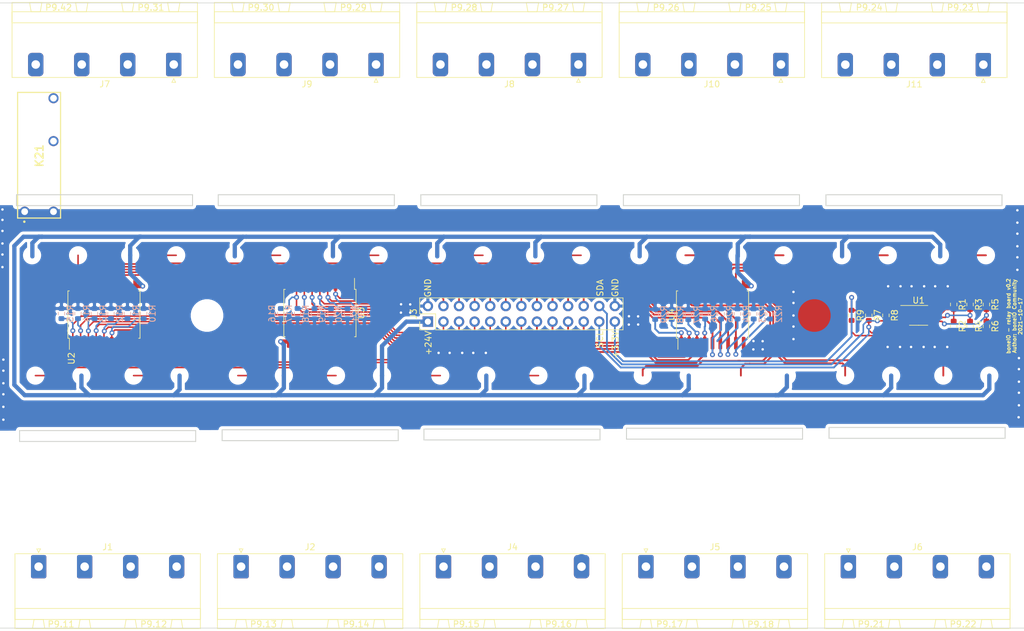
<source format=kicad_pcb>
(kicad_pcb (version 20171130) (host pcbnew "(5.1.10)-1")
  (layers (0 F.Cu signal) (31 B.Cu signal hide) (34 B.Paste user hide) (35 F.Paste user hide) (36 B.SilkS user hide) (37 F.SilkS user) (38 B.Mask user hide) (39 F.Mask user) (44 Edge.Cuts user hide))
  (net 0 "")
  (net 1 "Net-(J1-Pad1)")
  (net 2 "Net-(J1-Pad2)")
  (net 3 "Net-(J2-Pad1)")
  (net 4 "Net-(J2-Pad2)")
  (net 5 "Net-(J4-Pad2)")
  (net 6 "Net-(J4-Pad1)")
  (net 7 "Net-(J5-Pad2)")
  (net 8 "Net-(J5-Pad1)")
  (net 9 "Net-(J8-Pad2)")
  (net 10 "Net-(J8-Pad1)")
  (net 11 "Net-(J9-Pad2)")
  (net 12 "Net-(J9-Pad1)")
  (net 13 "Net-(J10-Pad2)")
  (net 14 "Net-(J10-Pad1)")
  (net 15 "Net-(J11-Pad2)")
  (net 16 "Net-(J11-Pad3)")
  (net 17 "Net-(J11-Pad4)")
  (net 18 GND)
  (net 19 "Net-(J5-Pad3)")
  (net 20 "Net-(J5-Pad4)")
  (net 21 "Net-(J11-Pad1)")
  (net 22 "Net-(J1-Pad3)")
  (net 23 "Net-(J1-Pad4)")
  (net 24 "Net-(J2-Pad4)")
  (net 25 "Net-(J2-Pad3)")
  (net 26 "Net-(J4-Pad4)")
  (net 27 "Net-(J4-Pad3)")
  (net 28 "Net-(J6-Pad3)")
  (net 29 "Net-(J6-Pad4)")
  (net 30 "Net-(J8-Pad3)")
  (net 31 "Net-(J8-Pad4)")
  (net 32 "Net-(J9-Pad4)")
  (net 33 "Net-(J9-Pad3)")
  (net 34 "Net-(J10-Pad3)")
  (net 35 "Net-(J10-Pad4)")
  (net 36 "Net-(J6-Pad1)")
  (net 37 "Net-(J6-Pad2)")
  (net 38 +3V3)
  (net 39 SDA)
  (net 40 SCL)
  (net 41 K20)
  (net 42 K10)
  (net 43 K19)
  (net 44 K9)
  (net 45 K18)
  (net 46 K8)
  (net 47 K17)
  (net 48 K7)
  (net 49 K16)
  (net 50 K6)
  (net 51 K15)
  (net 52 K5)
  (net 53 K14)
  (net 54 K4)
  (net 55 K13)
  (net 56 K3)
  (net 57 K12)
  (net 58 K2)
  (net 59 K11)
  (net 60 K1)
  (net 61 RELAY1)
  (net 62 RELAY2)
  (net 63 RELAY3)
  (net 64 RELAY4)
  (net 65 RELAY11)
  (net 66 RELAY12)
  (net 67 RELAY13)
  (net 68 RELAY14)
  (net 69 RELAY5)
  (net 70 RELAY6)
  (net 71 RELAY7)
  (net 72 RELAY8)
  (net 73 RELAY9)
  (net 74 RELAY10)
  (net 75 RELAY15)
  (net 76 RELAY16)
  (net 77 RELAY17)
  (net 78 RELAY18)
  (net 79 RELAY19)
  (net 80 RELAY20)
  (net 81 +24V)
  (net 82 "Net-(R1-Pad2)")
  (net 83 "Net-(R3-Pad2)")
  (net 84 "Net-(R5-Pad2)")
  (net 85 "Net-(R9-Pad2)")
  (net 86 "Net-(J7-Pad4)")
  (net 87 "Net-(J7-Pad3)")
  (net 88 "Net-(J7-Pad2)")
  (net 89 "Net-(J7-Pad1)")
  (net 90 "Net-(K21-Pad1)")
  (net 91 "Net-(K21-Pad2)")
  (net 92 "Net-(K21-Pad3)")
  (net 93 "Net-(K21-Pad4)")
  (net 94 "Net-(J3-Pad22)")
  (net 95 "Net-(J3-Pad21)")
  (net 96 "Net-(J3-Pad20)")
  (net 97 "Net-(J3-Pad19)")
  (net 98 "Net-(J3-Pad18)")
  (net 99 "Net-(J3-Pad17)")
  (net 100 "Net-(J3-Pad16)")
  (net 101 "Net-(J3-Pad15)")
  (net 102 "Net-(J3-Pad14)")
  (net 103 "Net-(J3-Pad13)")
  (net 104 "Net-(J3-Pad12)")
  (net 105 "Net-(J3-Pad11)")
  (net 106 "Net-(J3-Pad10)")
  (net 107 "Net-(J3-Pad9)")
  (net 108 "Net-(J3-Pad8)")
  (net 109 "Net-(J3-Pad7)")
  (net 110 "Net-(J3-Pad6)")
  (net 111 "Net-(J3-Pad5)")
  (net 112 "Net-(J3-Pad4)")
  (net 113 "Net-(J3-Pad3)")
  (net 114 K23)
  (net 115 K22)
  (net 116 K21)
  (net 117 "Net-(U3-Pad11)")
  (net 118 "Net-(U3-Pad8)")
  (net 119 RELAY21)
  (net 120 RELAY22)
  (net 121 RELAY23)
  (module Resistor_SMD:R_0603_1608Metric (layer B.Cu) (at 396.2 314.513 90)
    (fp_text reference R29 (at 0 1.43 90) (layer B.SilkS) (effects (justify mirror)))
    (fp_text value 10k)
    (pad 2 smd roundrect (at 0.825 0 90) (size 0.8 0.95) (layers B.Cu B.Paste B.Mask) (net 18 GND))
    (pad 1 smd roundrect (at -0.825 0 90) (size 0.8 0.95) (layers B.Cu B.Paste B.Mask) (net 49 K16))
  )
  (module Resistor_SMD:R_0603_1608Metric (layer B.Cu) (at 398.88 314.528 90)
    (fp_text reference R28 (at 0 1.43 90) (layer B.SilkS) (effects (justify mirror)))
    (fp_text value 10k)
    (pad 2 smd roundrect (at 0.825 0 90) (size 0.8 0.95) (layers B.Cu B.Paste B.Mask) (net 18 GND))
    (pad 1 smd roundrect (at -0.825 0 90) (size 0.8 0.95) (layers B.Cu B.Paste B.Mask) (net 47 K17))
  )
  (module Resistor_SMD:R_0603_1608Metric (layer B.Cu) (at 401.6 314.543 90)
    (fp_text reference R27 (at 0 1.43 90) (layer B.SilkS) (effects (justify mirror)))
    (fp_text value 10k)
    (pad 2 smd roundrect (at 0.825 0 90) (size 0.8 0.95) (layers B.Cu B.Paste B.Mask) (net 18 GND))
    (pad 1 smd roundrect (at -0.825 0 90) (size 0.8 0.95) (layers B.Cu B.Paste B.Mask) (net 45 K18))
  )
  (module Resistor_SMD:R_0603_1608Metric (layer B.Cu) (at 404.34 314.448 90)
    (fp_text reference R26 (at 0 1.43 90) (layer B.SilkS) (effects (justify mirror)))
    (fp_text value 10k)
    (pad 2 smd roundrect (at 0.825 0 90) (size 0.8 0.95) (layers B.Cu B.Paste B.Mask) (net 18 GND))
    (pad 1 smd roundrect (at -0.825 0 90) (size 0.8 0.95) (layers B.Cu B.Paste B.Mask) (net 43 K19))
  )
  (module Resistor_SMD:R_0603_1608Metric (layer B.Cu) (at 406.94 314.448 90)
    (fp_text reference R25 (at 0 1.43 90) (layer B.SilkS) (effects (justify mirror)))
    (fp_text value 10k)
    (pad 2 smd roundrect (at 0.825 0 90) (size 0.8 0.95) (layers B.Cu B.Paste B.Mask) (net 18 GND))
    (pad 1 smd roundrect (at -0.825 0 90) (size 0.8 0.95) (layers B.Cu B.Paste B.Mask) (net 41 K20))
  )
  (module Resistor_SMD:R_0603_1608Metric (layer B.Cu) (at 409.62 314.448 90)
    (fp_text reference R24 (at 0 1.43 90) (layer B.SilkS) (effects (justify mirror)))
    (fp_text value 10k)
    (pad 2 smd roundrect (at 0.825 0 90) (size 0.8 0.95) (layers B.Cu B.Paste B.Mask) (net 18 GND))
    (pad 1 smd roundrect (at -0.825 0 90) (size 0.8 0.95) (layers B.Cu B.Paste B.Mask) (net 116 K21))
  )
  (module Resistor_SMD:R_0603_1608Metric (layer B.Cu) (at 412.25 314.448 90)
    (fp_text reference R23 (at 0 1.43 90) (layer B.SilkS) (effects (justify mirror)))
    (fp_text value 10k)
    (pad 2 smd roundrect (at 0.825 0 90) (size 0.8 0.95) (layers B.Cu B.Paste B.Mask) (net 18 GND))
    (pad 1 smd roundrect (at -0.825 0 90) (size 0.8 0.95) (layers B.Cu B.Paste B.Mask) (net 115 K22))
  )
  (module Resistor_SMD:R_0603_1608Metric (layer B.Cu) (at 414.92 314.448 90)
    (fp_text reference R22 (at 0 1.43 90) (layer B.SilkS) (effects (justify mirror)))
    (fp_text value 10k)
    (pad 2 smd roundrect (at 0.825 0 90) (size 0.8 0.95) (layers B.Cu B.Paste B.Mask) (net 18 GND))
    (pad 1 smd roundrect (at -0.825 0 90) (size 0.8 0.95) (layers B.Cu B.Paste B.Mask) (net 114 K23))
  )
  (module Resistor_SMD:R_0603_1608Metric (layer B.Cu) (at 348.78 314.418 270)
    (fp_text reference R21 (at 0 1.43 90) (layer B.SilkS) (effects (justify mirror)))
    (fp_text value 10k)
    (pad 2 smd roundrect (at 0.825 0 270) (size 0.8 0.95) (layers B.Cu B.Paste B.Mask) (net 18 GND))
    (pad 1 smd roundrect (at -0.825 0 270) (size 0.8 0.95) (layers B.Cu B.Paste B.Mask) (net 58 K2))
  )
  (module Resistor_SMD:R_0603_1608Metric (layer B.Cu) (at 346.04 314.418 270)
    (fp_text reference R20 (at 0 1.43 90) (layer B.SilkS) (effects (justify mirror)))
    (fp_text value 10k)
    (pad 2 smd roundrect (at 0.825 0 270) (size 0.8 0.95) (layers B.Cu B.Paste B.Mask) (net 18 GND))
    (pad 1 smd roundrect (at -0.825 0 270) (size 0.8 0.95) (layers B.Cu B.Paste B.Mask) (net 59 K11))
  )
  (module Resistor_SMD:R_0603_1608Metric (layer B.Cu) (at 343.35 314.423 270)
    (fp_text reference R19 (at 0 1.43 90) (layer B.SilkS) (effects (justify mirror)))
    (fp_text value 10k)
    (pad 2 smd roundrect (at 0.825 0 270) (size 0.8 0.95) (layers B.Cu B.Paste B.Mask) (net 18 GND))
    (pad 1 smd roundrect (at -0.825 0 270) (size 0.8 0.95) (layers B.Cu B.Paste B.Mask) (net 56 K3))
  )
  (module Resistor_SMD:R_0603_1608Metric (layer B.Cu) (at 340.66 314.418 270)
    (fp_text reference R18 (at 0 1.43 90) (layer B.SilkS) (effects (justify mirror)))
    (fp_text value 10k)
    (pad 2 smd roundrect (at 0.825 0 270) (size 0.8 0.95) (layers B.Cu B.Paste B.Mask) (net 18 GND))
    (pad 1 smd roundrect (at -0.825 0 270) (size 0.8 0.95) (layers B.Cu B.Paste B.Mask) (net 57 K12))
  )
  (module Resistor_SMD:R_0603_1608Metric (layer B.Cu) (at 337.9 314.383 270)
    (fp_text reference R17 (at 0 1.43 90) (layer B.SilkS) (effects (justify mirror)))
    (fp_text value 10k)
    (pad 2 smd roundrect (at 0.825 0 270) (size 0.8 0.95) (layers B.Cu B.Paste B.Mask) (net 18 GND))
    (pad 1 smd roundrect (at -0.825 0 270) (size 0.8 0.95) (layers B.Cu B.Paste B.Mask) (net 54 K4))
  )
  (module Resistor_SMD:R_0603_1608Metric (layer B.Cu) (at 335.17 314.398 270)
    (fp_text reference R16 (at 0 1.43 90) (layer B.SilkS) (effects (justify mirror)))
    (fp_text value 10k)
    (pad 2 smd roundrect (at 0.825 0 270) (size 0.8 0.95) (layers B.Cu B.Paste B.Mask) (net 18 GND))
    (pad 1 smd roundrect (at -0.825 0 270) (size 0.8 0.95) (layers B.Cu B.Paste B.Mask) (net 55 K13))
  )
  (module Resistor_SMD:R_0603_1608Metric (layer B.Cu) (at 299.41 314.388 90)
    (fp_text reference R15 (at 0 1.43 90) (layer B.SilkS) (effects (justify mirror)))
    (fp_text value 10k)
    (pad 2 smd roundrect (at 0.825 0 90) (size 0.8 0.95) (layers B.Cu B.Paste B.Mask) (net 18 GND))
    (pad 1 smd roundrect (at -0.825 0 90) (size 0.8 0.95) (layers B.Cu B.Paste B.Mask) (net 52 K5))
  )
  (module Resistor_SMD:R_0603_1608Metric (layer B.Cu) (at 302.1 314.388 90)
    (fp_text reference R14 (at 0 1.43 90) (layer B.SilkS) (effects (justify mirror)))
    (fp_text value 10k)
    (pad 2 smd roundrect (at 0.825 0 90) (size 0.8 0.95) (layers B.Cu B.Paste B.Mask) (net 18 GND))
    (pad 1 smd roundrect (at -0.825 0 90) (size 0.8 0.95) (layers B.Cu B.Paste B.Mask) (net 53 K14))
  )
  (module Resistor_SMD:R_0603_1608Metric (layer B.Cu) (at 304.79 314.388 90)
    (fp_text reference R13 (at 0 1.43 90) (layer B.SilkS) (effects (justify mirror)))
    (fp_text value 10k)
    (pad 2 smd roundrect (at 0.825 0 90) (size 0.8 0.95) (layers B.Cu B.Paste B.Mask) (net 18 GND))
    (pad 1 smd roundrect (at -0.825 0 90) (size 0.8 0.95) (layers B.Cu B.Paste B.Mask) (net 50 K6))
  )
  (module Resistor_SMD:R_0603_1608Metric (layer B.Cu) (at 307.48 314.388 90)
    (fp_text reference R12 (at 0 1.43 90) (layer B.SilkS) (effects (justify mirror)))
    (fp_text value 10k)
    (pad 2 smd roundrect (at 0.825 0 90) (size 0.8 0.95) (layers B.Cu B.Paste B.Mask) (net 18 GND))
    (pad 1 smd roundrect (at -0.825 0 90) (size 0.8 0.95) (layers B.Cu B.Paste B.Mask) (net 51 K15))
  )
  (module Resistor_SMD:R_0603_1608Metric (layer B.Cu) (at 310.17 314.388 90)
    (fp_text reference R11 (at 0 1.43 90) (layer B.SilkS) (effects (justify mirror)))
    (fp_text value 10k)
    (pad 2 smd roundrect (at 0.825 0 90) (size 0.8 0.95) (layers B.Cu B.Paste B.Mask) (net 18 GND))
    (pad 1 smd roundrect (at -0.825 0 90) (size 0.8 0.95) (layers B.Cu B.Paste B.Mask) (net 48 K7))
  )
  (module Resistor_SMD:R_0603_1608Metric (layer B.Cu) (at 312.81 314.388 90)
    (fp_text reference R10 (at 0 1.43 90) (layer B.SilkS) (effects (justify mirror)))
    (fp_text value 10k)
    (pad 2 smd roundrect (at 0.825 0 90) (size 0.8 0.95) (layers B.Cu B.Paste B.Mask) (net 18 GND))
    (pad 1 smd roundrect (at -0.825 0 90) (size 0.8 0.95) (layers B.Cu B.Paste B.Mask) (net 46 K8))
  )
  (module Package_SO:MSOP-8_3x3mm_P0.65mm (layer F.Cu) (at 439.143 314.683)
    (fp_text reference U1 (at 0 -2.45) (layer F.SilkS))
    (fp_text value MCP9808_MSOP)
    (pad 8 smd roundrect (at 2.1125 -0.975) (size 1.625 0.4) (layers F.Cu F.Paste F.Mask) (net 38 +3V3))
    (pad 7 smd roundrect (at 2.1125 -0.325) (size 1.625 0.4) (layers F.Cu F.Paste F.Mask) (net 82 "Net-(R1-Pad2)"))
    (pad 6 smd roundrect (at 2.1125 0.325) (size 1.625 0.4) (layers F.Cu F.Paste F.Mask) (net 83 "Net-(R3-Pad2)"))
    (pad 5 smd roundrect (at 2.1125 0.975) (size 1.625 0.4) (layers F.Cu F.Paste F.Mask) (net 84 "Net-(R5-Pad2)"))
    (pad 4 smd roundrect (at -2.1125 0.975) (size 1.625 0.4) (layers F.Cu F.Paste F.Mask) (net 18 GND))
    (pad 3 smd roundrect (at -2.1125 0.325) (size 1.625 0.4) (layers F.Cu F.Paste F.Mask) (net 85 "Net-(R9-Pad2)"))
    (pad 2 smd roundrect (at -2.1125 -0.325) (size 1.625 0.4) (layers F.Cu F.Paste F.Mask) (net 40 SCL))
    (pad 1 smd roundrect (at -2.1125 -0.975) (size 1.625 0.4) (layers F.Cu F.Paste F.Mask) (net 39 SDA))
  )
  (module Resistor_SMD:R_0603_1608Metric (layer F.Cu) (at 428.221 314.683 270)
    (fp_text reference R9 (at 0 -1.43 90) (layer F.SilkS))
    (fp_text value 4.7k)
    (pad 2 smd roundrect (at 0.825 0 270) (size 0.8 0.95) (layers F.Cu F.Paste F.Mask) (net 85 "Net-(R9-Pad2)"))
    (pad 1 smd roundrect (at -0.825 0 270) (size 0.8 0.95) (layers F.Cu F.Paste F.Mask) (net 38 +3V3))
  )
  (module Resistor_SMD:R_0603_1608Metric (layer F.Cu) (at 433.809 314.683 270)
    (fp_text reference R8 (at 0 -1.43 90) (layer F.SilkS))
    (fp_text value 4.7k)
    (pad 2 smd roundrect (at 0.825 0 270) (size 0.8 0.95) (layers F.Cu F.Paste F.Mask) (net 39 SDA))
    (pad 1 smd roundrect (at -0.825 0 270) (size 0.8 0.95) (layers F.Cu F.Paste F.Mask) (net 38 +3V3))
  )
  (module Resistor_SMD:R_0603_1608Metric (layer F.Cu) (at 431.015 314.683 270)
    (fp_text reference R7 (at 0 -1.43 90) (layer F.SilkS))
    (fp_text value 4.7k)
    (pad 2 smd roundrect (at 0.825 0 270) (size 0.8 0.95) (layers F.Cu F.Paste F.Mask) (net 40 SCL))
    (pad 1 smd roundrect (at -0.825 0 270) (size 0.8 0.95) (layers F.Cu F.Paste F.Mask) (net 38 +3V3))
  )
  (module Resistor_SMD:R_0603_1608Metric (layer F.Cu) (at 450.192 316.461 270)
    (fp_text reference R6 (at 0 -1.43 90) (layer F.SilkS))
    (fp_text value 0k)
    (pad 2 smd roundrect (at 0.825 0 270) (size 0.8 0.95) (layers F.Cu F.Paste F.Mask) (net 18 GND))
    (pad 1 smd roundrect (at -0.825 0 270) (size 0.8 0.95) (layers F.Cu F.Paste F.Mask) (net 84 "Net-(R5-Pad2)"))
  )
  (module Resistor_SMD:R_0603_1608Metric (layer F.Cu) (at 450.192 312.905 270)
    (fp_text reference R5 (at 0 -1.43 90) (layer F.SilkS))
    (fp_text value 0k)
    (pad 2 smd roundrect (at 0.825 0 270) (size 0.8 0.95) (layers F.Cu F.Paste F.Mask) (net 84 "Net-(R5-Pad2)"))
    (pad 1 smd roundrect (at -0.825 0 270) (size 0.8 0.95) (layers F.Cu F.Paste F.Mask) (net 38 +3V3))
  )
  (module Resistor_SMD:R_0603_1608Metric (layer F.Cu) (at 447.525 316.461 270)
    (fp_text reference R4 (at 0 -1.43 90) (layer F.SilkS))
    (fp_text value 0k)
    (pad 2 smd roundrect (at 0.825 0 270) (size 0.8 0.95) (layers F.Cu F.Paste F.Mask) (net 18 GND))
    (pad 1 smd roundrect (at -0.825 0 270) (size 0.8 0.95) (layers F.Cu F.Paste F.Mask) (net 83 "Net-(R3-Pad2)"))
  )
  (module Resistor_SMD:R_0603_1608Metric (layer F.Cu) (at 447.525 312.905 270)
    (fp_text reference R3 (at 0 -1.43 90) (layer F.SilkS))
    (fp_text value 0k)
    (pad 2 smd roundrect (at 0.825 0 270) (size 0.8 0.95) (layers F.Cu F.Paste F.Mask) (net 83 "Net-(R3-Pad2)"))
    (pad 1 smd roundrect (at -0.825 0 270) (size 0.8 0.95) (layers F.Cu F.Paste F.Mask) (net 38 +3V3))
  )
  (module Resistor_SMD:R_0603_1608Metric (layer F.Cu) (at 444.858 316.461 270)
    (fp_text reference R2 (at 0 -1.43 90) (layer F.SilkS))
    (fp_text value 0k)
    (pad 2 smd roundrect (at 0.825 0 270) (size 0.8 0.95) (layers F.Cu F.Paste F.Mask) (net 18 GND))
    (pad 1 smd roundrect (at -0.825 0 270) (size 0.8 0.95) (layers F.Cu F.Paste F.Mask) (net 82 "Net-(R1-Pad2)"))
  )
  (module Resistor_SMD:R_0603_1608Metric (layer F.Cu) (at 444.858 312.905 270)
    (fp_text reference R1 (at 0 -1.43 90) (layer F.SilkS))
    (fp_text value 0k)
    (pad 2 smd roundrect (at 0.825 0 270) (size 0.8 0.95) (layers F.Cu F.Paste F.Mask) (net 82 "Net-(R1-Pad2)"))
    (pad 1 smd roundrect (at -0.825 0 270) (size 0.8 0.95) (layers F.Cu F.Paste F.Mask) (net 38 +3V3))
  )
  (module Connector_PinHeader_2.54mm:PinHeader_2x13_P2.54mm_Vertical (layer F.Cu) (at 359.14 315.708 90)
    (fp_text reference J3 (at 1.27 -2.33 90) (layer F.SilkS))
    (fp_text value Conn_02x13_Odd_Even)
    (pad 26 thru_hole oval (at 2.54 30.48 90) (size 1.7 1.7) (drill 1) (layers *.Cu *.Mask) (net 18 GND))
    (pad 25 thru_hole oval (at 0 30.48 90) (size 1.7 1.7) (drill 1) (layers *.Cu *.Mask) (net 38 +3V3))
    (pad 24 thru_hole oval (at 2.54 27.94 90) (size 1.7 1.7) (drill 1) (layers *.Cu *.Mask) (net 39 SDA))
    (pad 23 thru_hole oval (at 0 27.94 90) (size 1.7 1.7) (drill 1) (layers *.Cu *.Mask) (net 40 SCL))
    (pad 22 thru_hole oval (at 2.54 25.4 90) (size 1.7 1.7) (drill 1) (layers *.Cu *.Mask) (net 94 "Net-(J3-Pad22)"))
    (pad 21 thru_hole oval (at 0 25.4 90) (size 1.7 1.7) (drill 1) (layers *.Cu *.Mask) (net 95 "Net-(J3-Pad21)"))
    (pad 20 thru_hole oval (at 2.54 22.86 90) (size 1.7 1.7) (drill 1) (layers *.Cu *.Mask) (net 96 "Net-(J3-Pad20)"))
    (pad 19 thru_hole oval (at 0 22.86 90) (size 1.7 1.7) (drill 1) (layers *.Cu *.Mask) (net 97 "Net-(J3-Pad19)"))
    (pad 18 thru_hole oval (at 2.54 20.32 90) (size 1.7 1.7) (drill 1) (layers *.Cu *.Mask) (net 98 "Net-(J3-Pad18)"))
    (pad 17 thru_hole oval (at 0 20.32 90) (size 1.7 1.7) (drill 1) (layers *.Cu *.Mask) (net 99 "Net-(J3-Pad17)"))
    (pad 16 thru_hole oval (at 2.54 17.78 90) (size 1.7 1.7) (drill 1) (layers *.Cu *.Mask) (net 100 "Net-(J3-Pad16)"))
    (pad 15 thru_hole oval (at 0 17.78 90) (size 1.7 1.7) (drill 1) (layers *.Cu *.Mask) (net 101 "Net-(J3-Pad15)"))
    (pad 14 thru_hole oval (at 2.54 15.24 90) (size 1.7 1.7) (drill 1) (layers *.Cu *.Mask) (net 102 "Net-(J3-Pad14)"))
    (pad 13 thru_hole oval (at 0 15.24 90) (size 1.7 1.7) (drill 1) (layers *.Cu *.Mask) (net 103 "Net-(J3-Pad13)"))
    (pad 12 thru_hole oval (at 2.54 12.7 90) (size 1.7 1.7) (drill 1) (layers *.Cu *.Mask) (net 104 "Net-(J3-Pad12)"))
    (pad 11 thru_hole oval (at 0 12.7 90) (size 1.7 1.7) (drill 1) (layers *.Cu *.Mask) (net 105 "Net-(J3-Pad11)"))
    (pad 10 thru_hole oval (at 2.54 10.16 90) (size 1.7 1.7) (drill 1) (layers *.Cu *.Mask) (net 106 "Net-(J3-Pad10)"))
    (pad 9 thru_hole oval (at 0 10.16 90) (size 1.7 1.7) (drill 1) (layers *.Cu *.Mask) (net 107 "Net-(J3-Pad9)"))
    (pad 8 thru_hole oval (at 2.54 7.62 90) (size 1.7 1.7) (drill 1) (layers *.Cu *.Mask) (net 108 "Net-(J3-Pad8)"))
    (pad 7 thru_hole oval (at 0 7.62 90) (size 1.7 1.7) (drill 1) (layers *.Cu *.Mask) (net 109 "Net-(J3-Pad7)"))
    (pad 6 thru_hole oval (at 2.54 5.08 90) (size 1.7 1.7) (drill 1) (layers *.Cu *.Mask) (net 110 "Net-(J3-Pad6)"))
    (pad 5 thru_hole oval (at 0 5.08 90) (size 1.7 1.7) (drill 1) (layers *.Cu *.Mask) (net 111 "Net-(J3-Pad5)"))
    (pad 4 thru_hole oval (at 2.54 2.54 90) (size 1.7 1.7) (drill 1) (layers *.Cu *.Mask) (net 112 "Net-(J3-Pad4)"))
    (pad 3 thru_hole oval (at 0 2.54 90) (size 1.7 1.7) (drill 1) (layers *.Cu *.Mask) (net 113 "Net-(J3-Pad3)"))
    (pad 2 thru_hole oval (at 2.54 0 90) (size 1.7 1.7) (drill 1) (layers *.Cu *.Mask) (net 18 GND))
    (pad 1 thru_hole rect (at 0 0 90) (size 1.7 1.7) (drill 1) (layers *.Cu *.Mask) (net 81 +24V))
  )
  (module Package_SO:SOIC-18W_7.5x11.6mm_P1.27mm (layer F.Cu) (at 405.54 314.558 90)
    (fp_text reference U4 (at 0 -6.72 90) (layer F.SilkS))
    (fp_text value ULN2803A)
    (pad 18 smd roundrect (at 4.65 -5.08 90) (size 2.05 0.6) (layers F.Cu F.Paste F.Mask) (net 76 RELAY16))
    (pad 17 smd roundrect (at 4.65 -3.81 90) (size 2.05 0.6) (layers F.Cu F.Paste F.Mask) (net 77 RELAY17))
    (pad 16 smd roundrect (at 4.65 -2.54 90) (size 2.05 0.6) (layers F.Cu F.Paste F.Mask) (net 78 RELAY18))
    (pad 15 smd roundrect (at 4.65 -1.27 90) (size 2.05 0.6) (layers F.Cu F.Paste F.Mask) (net 79 RELAY19))
    (pad 14 smd roundrect (at 4.65 0 90) (size 2.05 0.6) (layers F.Cu F.Paste F.Mask) (net 80 RELAY20))
    (pad 13 smd roundrect (at 4.65 1.27 90) (size 2.05 0.6) (layers F.Cu F.Paste F.Mask) (net 119 RELAY21))
    (pad 12 smd roundrect (at 4.65 2.54 90) (size 2.05 0.6) (layers F.Cu F.Paste F.Mask) (net 120 RELAY22))
    (pad 11 smd roundrect (at 4.65 3.81 90) (size 2.05 0.6) (layers F.Cu F.Paste F.Mask) (net 121 RELAY23))
    (pad 10 smd roundrect (at 4.65 5.08 90) (size 2.05 0.6) (layers F.Cu F.Paste F.Mask) (net 81 +24V))
    (pad 9 smd roundrect (at -4.65 5.08 90) (size 2.05 0.6) (layers F.Cu F.Paste F.Mask) (net 18 GND))
    (pad 8 smd roundrect (at -4.65 3.81 90) (size 2.05 0.6) (layers F.Cu F.Paste F.Mask) (net 114 K23))
    (pad 7 smd roundrect (at -4.65 2.54 90) (size 2.05 0.6) (layers F.Cu F.Paste F.Mask) (net 115 K22))
    (pad 6 smd roundrect (at -4.65 1.27 90) (size 2.05 0.6) (layers F.Cu F.Paste F.Mask) (net 116 K21))
    (pad 5 smd roundrect (at -4.65 0 90) (size 2.05 0.6) (layers F.Cu F.Paste F.Mask) (net 41 K20))
    (pad 4 smd roundrect (at -4.65 -1.27 90) (size 2.05 0.6) (layers F.Cu F.Paste F.Mask) (net 43 K19))
    (pad 3 smd roundrect (at -4.65 -2.54 90) (size 2.05 0.6) (layers F.Cu F.Paste F.Mask) (net 45 K18))
    (pad 2 smd roundrect (at -4.65 -3.81 90) (size 2.05 0.6) (layers F.Cu F.Paste F.Mask) (net 47 K17))
    (pad 1 smd roundrect (at -4.65 -5.08 90) (size 2.05 0.6) (layers F.Cu F.Paste F.Mask) (net 49 K16))
  )
  (module Package_SO:SOIC-18W_7.5x11.6mm_P1.27mm (layer F.Cu) (at 341.54 314.308 270)
    (fp_text reference U3 (at 0 -6.72 90) (layer F.SilkS))
    (fp_text value ULN2803A)
    (pad 18 smd roundrect (at 4.65 -5.08 270) (size 2.05 0.6) (layers F.Cu F.Paste F.Mask) (net 73 RELAY9))
    (pad 17 smd roundrect (at 4.65 -3.81 270) (size 2.05 0.6) (layers F.Cu F.Paste F.Mask) (net 74 RELAY10))
    (pad 16 smd roundrect (at 4.65 -2.54 270) (size 2.05 0.6) (layers F.Cu F.Paste F.Mask) (net 65 RELAY11))
    (pad 15 smd roundrect (at 4.65 -1.27 270) (size 2.05 0.6) (layers F.Cu F.Paste F.Mask) (net 66 RELAY12))
    (pad 14 smd roundrect (at 4.65 0 270) (size 2.05 0.6) (layers F.Cu F.Paste F.Mask) (net 67 RELAY13))
    (pad 13 smd roundrect (at 4.65 1.27 270) (size 2.05 0.6) (layers F.Cu F.Paste F.Mask) (net 68 RELAY14))
    (pad 12 smd roundrect (at 4.65 2.54 270) (size 2.05 0.6) (layers F.Cu F.Paste F.Mask) (net 75 RELAY15))
    (pad 11 smd roundrect (at 4.65 3.81 270) (size 2.05 0.6) (layers F.Cu F.Paste F.Mask) (net 117 "Net-(U3-Pad11)"))
    (pad 10 smd roundrect (at 4.65 5.08 270) (size 2.05 0.6) (layers F.Cu F.Paste F.Mask) (net 81 +24V))
    (pad 9 smd roundrect (at -4.65 5.08 270) (size 2.05 0.6) (layers F.Cu F.Paste F.Mask) (net 18 GND))
    (pad 8 smd roundrect (at -4.65 3.81 270) (size 2.05 0.6) (layers F.Cu F.Paste F.Mask) (net 118 "Net-(U3-Pad8)"))
    (pad 7 smd roundrect (at -4.65 2.54 270) (size 2.05 0.6) (layers F.Cu F.Paste F.Mask) (net 51 K15))
    (pad 6 smd roundrect (at -4.65 1.27 270) (size 2.05 0.6) (layers F.Cu F.Paste F.Mask) (net 53 K14))
    (pad 5 smd roundrect (at -4.65 0 270) (size 2.05 0.6) (layers F.Cu F.Paste F.Mask) (net 55 K13))
    (pad 4 smd roundrect (at -4.65 -1.27 270) (size 2.05 0.6) (layers F.Cu F.Paste F.Mask) (net 57 K12))
    (pad 3 smd roundrect (at -4.65 -2.54 270) (size 2.05 0.6) (layers F.Cu F.Paste F.Mask) (net 59 K11))
    (pad 2 smd roundrect (at -4.65 -3.81 270) (size 2.05 0.6) (layers F.Cu F.Paste F.Mask) (net 42 K10))
    (pad 1 smd roundrect (at -4.65 -5.08 270) (size 2.05 0.6) (layers F.Cu F.Paste F.Mask) (net 44 K9))
  )
  (module Package_SO:SOIC-18W_7.5x11.6mm_P1.27mm (layer F.Cu) (at 306.34 314.558 90)
    (fp_text reference U2 (at -7.15 -5.3 90) (layer F.SilkS))
    (fp_text value ULN2803A)
    (pad 18 smd roundrect (at 4.65 -5.08 90) (size 2.05 0.6) (layers F.Cu F.Paste F.Mask) (net 61 RELAY1))
    (pad 17 smd roundrect (at 4.65 -3.81 90) (size 2.05 0.6) (layers F.Cu F.Paste F.Mask) (net 62 RELAY2))
    (pad 16 smd roundrect (at 4.65 -2.54 90) (size 2.05 0.6) (layers F.Cu F.Paste F.Mask) (net 63 RELAY3))
    (pad 15 smd roundrect (at 4.65 -1.27 90) (size 2.05 0.6) (layers F.Cu F.Paste F.Mask) (net 64 RELAY4))
    (pad 14 smd roundrect (at 4.65 0 90) (size 2.05 0.6) (layers F.Cu F.Paste F.Mask) (net 69 RELAY5))
    (pad 13 smd roundrect (at 4.65 1.27 90) (size 2.05 0.6) (layers F.Cu F.Paste F.Mask) (net 70 RELAY6))
    (pad 12 smd roundrect (at 4.65 2.54 90) (size 2.05 0.6) (layers F.Cu F.Paste F.Mask) (net 71 RELAY7))
    (pad 11 smd roundrect (at 4.65 3.81 90) (size 2.05 0.6) (layers F.Cu F.Paste F.Mask) (net 72 RELAY8))
    (pad 10 smd roundrect (at 4.65 5.08 90) (size 2.05 0.6) (layers F.Cu F.Paste F.Mask) (net 81 +24V))
    (pad 9 smd roundrect (at -4.65 5.08 90) (size 2.05 0.6) (layers F.Cu F.Paste F.Mask) (net 18 GND))
    (pad 8 smd roundrect (at -4.65 3.81 90) (size 2.05 0.6) (layers F.Cu F.Paste F.Mask) (net 46 K8))
    (pad 7 smd roundrect (at -4.65 2.54 90) (size 2.05 0.6) (layers F.Cu F.Paste F.Mask) (net 48 K7))
    (pad 6 smd roundrect (at -4.65 1.27 90) (size 2.05 0.6) (layers F.Cu F.Paste F.Mask) (net 50 K6))
    (pad 5 smd roundrect (at -4.65 0 90) (size 2.05 0.6) (layers F.Cu F.Paste F.Mask) (net 52 K5))
    (pad 4 smd roundrect (at -4.65 -1.27 90) (size 2.05 0.6) (layers F.Cu F.Paste F.Mask) (net 54 K4))
    (pad 3 smd roundrect (at -4.65 -2.54 90) (size 2.05 0.6) (layers F.Cu F.Paste F.Mask) (net 56 K3))
    (pad 2 smd roundrect (at -4.65 -3.81 90) (size 2.05 0.6) (layers F.Cu F.Paste F.Mask) (net 58 K2))
    (pad 1 smd roundrect (at -4.65 -5.08 90) (size 2.05 0.6) (layers F.Cu F.Paste F.Mask) (net 60 K1))
  )
  (module Connector_Phoenix_GMSTB:PhoenixContact_GMSTBA_2,5_4-G_1x04_P7.50mm_Horizontal (layer F.Cu) (at 295.69 355.683)
    (fp_text reference J1 (at 11.25 -3.2) (layer F.SilkS))
    (fp_text value Screw_Terminal_01x04)
    (pad 4 thru_hole roundrect (at 22.5 0) (size 2.5 3.8) (drill 1.4) (layers *.Cu *.Mask) (net 23 "Net-(J1-Pad4)"))
    (pad 3 thru_hole roundrect (at 15 0) (size 2.5 3.8) (drill 1.4) (layers *.Cu *.Mask) (net 22 "Net-(J1-Pad3)"))
    (pad 2 thru_hole roundrect (at 7.5 0) (size 2.5 3.8) (drill 1.4) (layers *.Cu *.Mask) (roundrect_rratio 0.125) (net 2 "Net-(J1-Pad2)"))
    (pad 1 thru_hole roundrect (at 0 0) (size 2.5 3.8) (drill 1.4) (layers *.Cu *.Mask) (roundrect_rratio 0.125) (net 1 "Net-(J1-Pad1)"))
  )
  (module Connector_Phoenix_GMSTB:PhoenixContact_GMSTBA_2,5_4-G_1x04_P7.50mm_Horizontal (layer F.Cu) (at 449.69 273.783 180)
    (fp_text reference J11 (at 11.25 -3.2) (layer F.SilkS))
    (fp_text value Screw_Terminal_01x04)
    (pad 4 thru_hole roundrect (at 22.5 0 180) (size 2.5 3.8) (drill 1.4) (layers *.Cu *.Mask) (net 17 "Net-(J11-Pad4)"))
    (pad 3 thru_hole roundrect (at 15 0 180) (size 2.5 3.8) (drill 1.4) (layers *.Cu *.Mask) (net 16 "Net-(J11-Pad3)"))
    (pad 2 thru_hole roundrect (at 7.5 0 180) (size 2.5 3.8) (drill 1.4) (layers *.Cu *.Mask) (net 15 "Net-(J11-Pad2)"))
    (pad 1 thru_hole roundrect (at 0 0 180) (size 2.5 3.8) (drill 1.4) (layers *.Cu *.Mask) (roundrect_rratio 0.125) (net 21 "Net-(J11-Pad1)"))
  )
  (module Connector_Phoenix_GMSTB:PhoenixContact_GMSTBA_2,5_4-G_1x04_P7.50mm_Horizontal (layer F.Cu) (at 416.69 273.758 180)
    (fp_text reference J10 (at 11.25 -3.2) (layer F.SilkS))
    (fp_text value Screw_Terminal_01x04)
    (pad 4 thru_hole roundrect (at 22.5 0 180) (size 2.5 3.8) (drill 1.4) (layers *.Cu *.Mask) (net 35 "Net-(J10-Pad4)"))
    (pad 3 thru_hole roundrect (at 15 0 180) (size 2.5 3.8) (drill 1.4) (layers *.Cu *.Mask) (net 34 "Net-(J10-Pad3)"))
    (pad 2 thru_hole roundrect (at 7.5 0 180) (size 2.5 3.8) (drill 1.4) (layers *.Cu *.Mask) (net 13 "Net-(J10-Pad2)"))
    (pad 1 thru_hole roundrect (at 0 0 180) (size 2.5 3.8) (drill 1.4) (layers *.Cu *.Mask) (roundrect_rratio 0.125) (net 14 "Net-(J10-Pad1)"))
  )
  (module Connector_Phoenix_GMSTB:PhoenixContact_GMSTBA_2,5_4-G_1x04_P7.50mm_Horizontal (layer F.Cu) (at 350.69 273.758 180)
    (fp_text reference J9 (at 11.25 -3.2) (layer F.SilkS))
    (fp_text value Screw_Terminal_01x04)
    (pad 4 thru_hole roundrect (at 22.5 0 180) (size 2.5 3.8) (drill 1.4) (layers *.Cu *.Mask) (net 32 "Net-(J9-Pad4)"))
    (pad 3 thru_hole roundrect (at 15 0 180) (size 2.5 3.8) (drill 1.4) (layers *.Cu *.Mask) (net 33 "Net-(J9-Pad3)"))
    (pad 2 thru_hole roundrect (at 7.5 0 180) (size 2.5 3.8) (drill 1.4) (layers *.Cu *.Mask) (net 11 "Net-(J9-Pad2)"))
    (pad 1 thru_hole roundrect (at 0 0 180) (size 2.5 3.8) (drill 1.4) (layers *.Cu *.Mask) (roundrect_rratio 0.125) (net 12 "Net-(J9-Pad1)"))
  )
  (module Connector_Phoenix_GMSTB:PhoenixContact_GMSTBA_2,5_4-G_1x04_P7.50mm_Horizontal (layer F.Cu) (at 383.69 273.758 180)
    (fp_text reference J8 (at 11.25 -3.2) (layer F.SilkS))
    (fp_text value Screw_Terminal_01x04)
    (pad 4 thru_hole roundrect (at 22.5 0 180) (size 2.5 3.8) (drill 1.4) (layers *.Cu *.Mask) (net 31 "Net-(J8-Pad4)"))
    (pad 3 thru_hole roundrect (at 15 0 180) (size 2.5 3.8) (drill 1.4) (layers *.Cu *.Mask) (net 30 "Net-(J8-Pad3)"))
    (pad 2 thru_hole roundrect (at 7.5 0 180) (size 2.5 3.8) (drill 1.4) (layers *.Cu *.Mask) (net 9 "Net-(J8-Pad2)"))
    (pad 1 thru_hole roundrect (at 0 0 180) (size 2.5 3.8) (drill 1.4) (layers *.Cu *.Mask) (roundrect_rratio 0.125) (net 10 "Net-(J8-Pad1)"))
  )
  (module Connector_Phoenix_GMSTB:PhoenixContact_GMSTBA_2,5_4-G_1x04_P7.50mm_Horizontal (layer F.Cu) (at 317.715 273.758 180)
    (fp_text reference J7 (at 11.25 -3.2) (layer F.SilkS))
    (fp_text value Screw_Terminal_01x04)
    (pad 4 thru_hole roundrect (at 22.5 0 180) (size 2.5 3.8) (drill 1.4) (layers *.Cu *.Mask) (net 86 "Net-(J7-Pad4)"))
    (pad 3 thru_hole roundrect (at 15 0 180) (size 2.5 3.8) (drill 1.4) (layers *.Cu *.Mask) (net 87 "Net-(J7-Pad3)"))
    (pad 2 thru_hole roundrect (at 7.5 0 180) (size 2.5 3.8) (drill 1.4) (layers *.Cu *.Mask) (net 88 "Net-(J7-Pad2)"))
    (pad 1 thru_hole roundrect (at 0 0 180) (size 2.5 3.8) (drill 1.4) (layers *.Cu *.Mask) (roundrect_rratio 0.125) (net 89 "Net-(J7-Pad1)"))
  )
  (module Connector_Phoenix_GMSTB:PhoenixContact_GMSTBA_2,5_4-G_1x04_P7.50mm_Horizontal (layer F.Cu) (at 427.69 355.683)
    (fp_text reference J6 (at 11.25 -3.2) (layer F.SilkS))
    (fp_text value Screw_Terminal_01x04)
    (pad 4 thru_hole roundrect (at 22.5 0) (size 2.5 3.8) (drill 1.4) (layers *.Cu *.Mask) (net 29 "Net-(J6-Pad4)"))
    (pad 3 thru_hole roundrect (at 15 0) (size 2.5 3.8) (drill 1.4) (layers *.Cu *.Mask) (net 28 "Net-(J6-Pad3)"))
    (pad 2 thru_hole roundrect (at 7.5 0) (size 2.5 3.8) (drill 1.4) (layers *.Cu *.Mask) (net 37 "Net-(J6-Pad2)"))
    (pad 1 thru_hole roundrect (at 0 0) (size 2.5 3.8) (drill 1.4) (layers *.Cu *.Mask) (roundrect_rratio 0.125) (net 36 "Net-(J6-Pad1)"))
  )
  (module Connector_Phoenix_GMSTB:PhoenixContact_GMSTBA_2,5_4-G_1x04_P7.50mm_Horizontal (layer F.Cu) (at 394.69 355.683)
    (fp_text reference J5 (at 11.25 -3.2) (layer F.SilkS))
    (fp_text value Screw_Terminal_01x04)
    (pad 4 thru_hole roundrect (at 22.5 0) (size 2.5 3.8) (drill 1.4) (layers *.Cu *.Mask) (net 20 "Net-(J5-Pad4)"))
    (pad 3 thru_hole roundrect (at 15 0) (size 2.5 3.8) (drill 1.4) (layers *.Cu *.Mask) (roundrect_rratio 0.125) (net 19 "Net-(J5-Pad3)"))
    (pad 2 thru_hole roundrect (at 7.5 0) (size 2.5 3.8) (drill 1.4) (layers *.Cu *.Mask) (net 7 "Net-(J5-Pad2)"))
    (pad 1 thru_hole roundrect (at 0 0) (size 2.5 3.8) (drill 1.4) (layers *.Cu *.Mask) (roundrect_rratio 0.125) (net 8 "Net-(J5-Pad1)"))
  )
  (module Connector_Phoenix_GMSTB:PhoenixContact_GMSTBA_2,5_4-G_1x04_P7.50mm_Horizontal (layer F.Cu) (at 361.69 355.683)
    (fp_text reference J4 (at 11.25 -3.2) (layer F.SilkS))
    (fp_text value Screw_Terminal_01x04)
    (pad 4 thru_hole roundrect (at 22.5 0) (size 2.5 3.8) (drill 1.4) (layers *.Cu *.Mask) (net 26 "Net-(J4-Pad4)"))
    (pad 3 thru_hole roundrect (at 15 0) (size 2.5 3.8) (drill 1.4) (layers *.Cu *.Mask) (net 27 "Net-(J4-Pad3)"))
    (pad 2 thru_hole roundrect (at 7.5 0) (size 2.5 3.8) (drill 1.4) (layers *.Cu *.Mask) (net 5 "Net-(J4-Pad2)"))
    (pad 1 thru_hole roundrect (at 0 0) (size 2.5 3.8) (drill 1.4) (layers *.Cu *.Mask) (roundrect_rratio 0.125) (net 6 "Net-(J4-Pad1)"))
  )
  (module Connector_Phoenix_GMSTB:PhoenixContact_GMSTBA_2,5_4-G_1x04_P7.50mm_Horizontal (layer F.Cu) (at 328.69 355.683)
    (fp_text reference J2 (at 11.25 -3.2) (layer F.SilkS))
    (fp_text value Screw_Terminal_01x04)
    (pad 4 thru_hole roundrect (at 22.5 0) (size 2.5 3.8) (drill 1.4) (layers *.Cu *.Mask) (net 24 "Net-(J2-Pad4)"))
    (pad 3 thru_hole roundrect (at 15 0) (size 2.5 3.8) (drill 1.4) (layers *.Cu *.Mask) (net 25 "Net-(J2-Pad3)"))
    (pad 2 thru_hole roundrect (at 7.5 0) (size 2.5 3.8) (drill 1.4) (layers *.Cu *.Mask) (net 4 "Net-(J2-Pad2)"))
    (pad 1 thru_hole roundrect (at 0 0) (size 2.5 3.8) (drill 1.4) (layers *.Cu *.Mask) (roundrect_rratio 0.125) (net 3 "Net-(J2-Pad1)"))
  )
  (module HF46F (layer F.Cu) (at 295.76 298.808 90)
    (fp_text reference K21 (at 10.16 0.055 90) (layer F.SilkS) (effects (font (size 1.27 1.27) (thickness 0.254))))
    (fp_text value HF46F hide)
    (pad 1 thru_hole circle (at 1.05 -2.35 90) (size 1.65 1.65) (drill 1.1) (layers *.Cu *.Mask) (net 90 "Net-(K21-Pad1)"))
    (pad 2 thru_hole circle (at 1.05 2.35 90) (size 1.65 1.65) (drill 1.1) (layers *.Cu *.Mask) (net 91 "Net-(K21-Pad2)"))
    (pad 3 thru_hole circle (at 12.55 2.35 90) (size 1.65 1.65) (drill 1.1) (layers *.Cu *.Mask) (net 92 "Net-(K21-Pad3)"))
    (pad 4 thru_hole circle (at 19.55 2.35 90) (size 1.65 1.65) (drill 1.1) (layers *.Cu *.Mask) (net 93 "Net-(K21-Pad4)"))
  )
  (gr_line (start 424.03 294.998) (end 452.732 294.998) (layer Edge.Cuts) (width 0.15))
  (gr_line (start 452.732 294.998) (end 452.732 296.776) (layer Edge.Cuts) (width 0.15))
  (gr_line (start 424.03 296.776) (end 424.03 294.998) (layer Edge.Cuts) (width 0.15))
  (gr_line (start 452.732 296.776) (end 424.03 296.776) (layer Edge.Cuts) (width 0.15))
  (gr_line (start 391.01 294.998) (end 419.712 294.998) (layer Edge.Cuts) (width 0.15))
  (gr_line (start 419.712 294.998) (end 419.712 296.776) (layer Edge.Cuts) (width 0.15))
  (gr_line (start 391.01 296.776) (end 391.01 294.998) (layer Edge.Cuts) (width 0.15))
  (gr_line (start 419.712 296.776) (end 391.01 296.776) (layer Edge.Cuts) (width 0.15))
  (gr_line (start 357.99 294.998) (end 386.692 294.998) (layer Edge.Cuts) (width 0.15))
  (gr_line (start 386.692 294.998) (end 386.692 296.776) (layer Edge.Cuts) (width 0.15))
  (gr_line (start 357.99 296.776) (end 357.99 294.998) (layer Edge.Cuts) (width 0.15))
  (gr_line (start 386.692 296.776) (end 357.99 296.776) (layer Edge.Cuts) (width 0.15))
  (gr_line (start 324.97 294.998) (end 353.672 294.998) (layer Edge.Cuts) (width 0.15))
  (gr_line (start 353.672 294.998) (end 353.672 296.776) (layer Edge.Cuts) (width 0.15))
  (gr_line (start 324.97 296.776) (end 324.97 294.998) (layer Edge.Cuts) (width 0.15))
  (gr_line (start 353.672 296.776) (end 324.97 296.776) (layer Edge.Cuts) (width 0.15))
  (gr_line (start 292.077 294.998) (end 320.779 294.998) (layer Edge.Cuts) (width 0.15))
  (gr_line (start 320.779 294.998) (end 320.779 296.776) (layer Edge.Cuts) (width 0.15))
  (gr_line (start 292.077 296.776) (end 292.077 294.998) (layer Edge.Cuts) (width 0.15))
  (gr_line (start 320.779 296.776) (end 292.077 296.776) (layer Edge.Cuts) (width 0.15))
  (gr_line (start 424.538 332.971) (end 453.24 332.971) (layer Edge.Cuts) (width 0.15))
  (gr_line (start 453.24 332.971) (end 453.24 334.749) (layer Edge.Cuts) (width 0.15))
  (gr_line (start 424.538 334.749) (end 424.538 332.971) (layer Edge.Cuts) (width 0.15))
  (gr_line (start 453.24 334.749) (end 424.538 334.749) (layer Edge.Cuts) (width 0.15))
  (gr_line (start 391.518 333.098) (end 420.22 333.098) (layer Edge.Cuts) (width 0.15))
  (gr_line (start 420.22 333.098) (end 420.22 334.876) (layer Edge.Cuts) (width 0.15))
  (gr_line (start 391.518 334.876) (end 391.518 333.098) (layer Edge.Cuts) (width 0.15))
  (gr_line (start 420.22 334.876) (end 391.518 334.876) (layer Edge.Cuts) (width 0.15))
  (gr_line (start 358.498 333.225) (end 387.2 333.225) (layer Edge.Cuts) (width 0.15))
  (gr_line (start 387.2 333.225) (end 387.2 335.003) (layer Edge.Cuts) (width 0.15))
  (gr_line (start 358.498 335.003) (end 358.498 333.225) (layer Edge.Cuts) (width 0.15))
  (gr_line (start 387.2 335.003) (end 358.498 335.003) (layer Edge.Cuts) (width 0.15))
  (gr_line (start 325.605 333.352) (end 354.307 333.352) (layer Edge.Cuts) (width 0.15))
  (gr_line (start 354.307 333.352) (end 354.307 335.13) (layer Edge.Cuts) (width 0.15))
  (gr_line (start 325.605 335.13) (end 325.605 333.352) (layer Edge.Cuts) (width 0.15))
  (gr_line (start 354.307 335.13) (end 325.605 335.13) (layer Edge.Cuts) (width 0.15))
  (gr_line (start 292.585 335.257) (end 292.585 333.479) (layer Edge.Cuts) (width 0.15))
  (gr_line (start 321.287 335.257) (end 292.585 335.257) (layer Edge.Cuts) (width 0.15))
  (gr_line (start 321.287 333.479) (end 321.287 335.257) (layer Edge.Cuts) (width 0.15))
  (gr_line (start 292.585 333.479) (end 321.287 333.479) (layer Edge.Cuts) (width 0.15))
  (gr_text SDA (at 387.215 310.208 90) (layer F.SilkS) (effects (font (size 1 1))))
  (gr_text GND (at 389.67 310.168 90) (layer F.SilkS) (effects (font (size 1 1))))
  (gr_text SCL (at 387.19 318.608 90) (layer F.SilkS) (effects (font (size 1 1))))
  (gr_text +3.3V (at 389.715 319.458 90) (layer F.SilkS) (effects (font (size 1 1))))
  (gr_text P9.11 (at 299.34 365.058) (layer F.SilkS) (effects (font (size 1 1))))
  (gr_text P9.12 (at 314.44 365.058) (layer F.SilkS) (effects (font (size 1 1))))
  (gr_text P9.13 (at 332.34 365.058) (layer F.SilkS) (effects (font (size 1 1))))
  (gr_text P9.14 (at 347.44 365.058) (layer F.SilkS) (effects (font (size 1 1))))
  (gr_text P9.15 (at 365.39 365.058) (layer F.SilkS) (effects (font (size 1 1))))
  (gr_text P9.16 (at 380.44 365.058) (layer F.SilkS) (effects (font (size 1 1))))
  (gr_text P9.17 (at 398.54 365.058) (layer F.SilkS) (effects (font (size 1 1))))
  (gr_text P9.18 (at 413.39 365.108) (layer F.SilkS) (effects (font (size 1 1))))
  (gr_text P9.21 (at 431.39 365.058) (layer F.SilkS) (effects (font (size 1 1))))
  (gr_text P9.22 (at 446.39 365.058) (layer F.SilkS) (effects (font (size 1 1))))
  (gr_text P9.23 (at 445.94 264.458) (layer F.SilkS) (effects (font (size 1 1))))
  (gr_text P9.24 (at 431.09 264.458) (layer F.SilkS) (effects (font (size 1 1))))
  (gr_text P9.25 (at 412.99 264.458) (layer F.SilkS) (effects (font (size 1 1))))
  (gr_text P9.26 (at 397.99 264.458) (layer F.SilkS) (effects (font (size 1 1))))
  (gr_text P9.27 (at 379.94 264.458) (layer F.SilkS) (effects (font (size 1 1))))
  (gr_text P9.28 (at 365.04 264.458) (layer F.SilkS) (effects (font (size 1 1))))
  (gr_text P9.29 (at 346.99 264.458) (layer F.SilkS) (effects (font (size 1 1))))
  (gr_text P9.30 (at 331.94 264.458) (layer F.SilkS) (effects (font (size 1 1))))
  (gr_text P9.31 (at 313.99 264.458) (layer F.SilkS) (effects (font (size 1 1))))
  (gr_text P9.42 (at 298.94 264.458) (layer F.SilkS) (effects (font (size 1 1))))
  (gr_text +24V (at 359.22 319.188 90) (layer F.SilkS) (effects (font (size 1 1))))
  (gr_text GND (at 359.14 310.208 90) (layer F.SilkS) (effects (font (size 1 1))))
  (gr_text "boneIO - relay board v0.2\nAuthor: boneIO Community\n2021-10-17" (at 454.764 314.81 90) (layer F.SilkS) (effects (font (size 0.6 0.6) (thickness 0.14))))
  (gr_line (start 288.14 365.708) (end 457.14 365.708) (layer Edge.Cuts) (width 0.1))
  (gr_line (start 457.14 365.708) (end 457.14 263.708) (layer Edge.Cuts) (width 0.1))
  (gr_line (start 288.14 263.708) (end 288.14 365.708) (layer Edge.Cuts) (width 0.1))
  (gr_line (start 288.14 263.708) (end 457.14 263.708) (layer Edge.Cuts) (width 0.1))
  (via (at 434.17 309.938) (size 0.8) (drill 0.4) (layers F.Cu B.Cu) (net 18))
  (via (at 436.19 309.938) (size 0.8) (drill 0.4) (layers F.Cu B.Cu) (net 18))
  (via (at 437.99 309.938) (size 0.8) (drill 0.4) (layers F.Cu B.Cu) (net 18))
  (via (at 441.84 309.938) (size 0.8) (drill 0.4) (layers F.Cu B.Cu) (net 18))
  (via (at 440.04 309.938) (size 0.8) (drill 0.4) (layers F.Cu B.Cu) (net 18))
  (via (at 443.89 309.938) (size 0.8) (drill 0.4) (layers F.Cu B.Cu) (net 18))
  (via (at 434.09 319.838) (size 0.8) (drill 0.4) (layers F.Cu B.Cu) (net 18))
  (via (at 436.11 319.838) (size 0.8) (drill 0.4) (layers F.Cu B.Cu) (net 18))
  (via (at 437.91 319.838) (size 0.8) (drill 0.4) (layers F.Cu B.Cu) (net 18))
  (via (at 441.76 319.838) (size 0.8) (drill 0.4) (layers F.Cu B.Cu) (net 18))
  (via (at 439.96 319.838) (size 0.8) (drill 0.4) (layers F.Cu B.Cu) (net 18))
  (via (at 443.81 319.838) (size 0.8) (drill 0.4) (layers F.Cu B.Cu) (net 18))
  (via (at 362.69 320.808) (size 0.8) (drill 0.4) (layers F.Cu B.Cu) (net 18))
  (via (at 360.89 320.808) (size 0.8) (drill 0.4) (layers F.Cu B.Cu) (net 18))
  (via (at 364.74 320.808) (size 0.8) (drill 0.4) (layers F.Cu B.Cu) (net 18))
  (via (at 366.54 320.808) (size 0.8) (drill 0.4) (layers F.Cu B.Cu) (net 18))
  (via (at 368.59 320.808) (size 0.8) (drill 0.4) (layers F.Cu B.Cu) (net 18))
  (via (at 391.92 314.828) (size 0.8) (drill 0.4) (layers F.Cu B.Cu) (net 18))
  (via (at 393.41 314.848) (size 0.8) (drill 0.4) (layers F.Cu B.Cu) (net 18))
  (via (at 391.9 316.188) (size 0.8) (drill 0.4) (layers F.Cu B.Cu) (net 18))
  (via (at 393.42 316.178) (size 0.8) (drill 0.4) (layers F.Cu B.Cu) (net 18))
  (via (at 354.77 312.878) (size 0.8) (drill 0.4) (layers F.Cu B.Cu) (net 18))
  (via (at 356.26 312.898) (size 0.8) (drill 0.4) (layers F.Cu B.Cu) (net 18))
  (via (at 354.75 314.238) (size 0.8) (drill 0.4) (layers F.Cu B.Cu) (net 18))
  (via (at 356.27 314.228) (size 0.8) (drill 0.4) (layers F.Cu B.Cu) (net 18))
  (via (at 289.79 300.908) (size 0.8) (drill 0.4) (layers F.Cu B.Cu) (net 18))
  (via (at 289.79 299.108) (size 0.8) (drill 0.4) (layers F.Cu B.Cu) (net 18))
  (via (at 289.79 302.958) (size 0.8) (drill 0.4) (layers F.Cu B.Cu) (net 18))
  (via (at 289.79 304.758) (size 0.8) (drill 0.4) (layers F.Cu B.Cu) (net 18))
  (via (at 289.79 306.808) (size 0.8) (drill 0.4) (layers F.Cu B.Cu) (net 18))
  (via (at 289.94 323.708) (size 0.8) (drill 0.4) (layers F.Cu B.Cu) (net 18))
  (via (at 289.94 321.908) (size 0.8) (drill 0.4) (layers F.Cu B.Cu) (net 18))
  (via (at 289.94 325.758) (size 0.8) (drill 0.4) (layers F.Cu B.Cu) (net 18))
  (via (at 289.94 327.558) (size 0.8) (drill 0.4) (layers F.Cu B.Cu) (net 18))
  (via (at 289.94 329.608) (size 0.8) (drill 0.4) (layers F.Cu B.Cu) (net 18))
  (via (at 455.24 301.358) (size 0.8) (drill 0.4) (layers F.Cu B.Cu) (net 18))
  (via (at 455.24 299.558) (size 0.8) (drill 0.4) (layers F.Cu B.Cu) (net 18))
  (via (at 455.24 303.408) (size 0.8) (drill 0.4) (layers F.Cu B.Cu) (net 18))
  (via (at 455.24 305.208) (size 0.8) (drill 0.4) (layers F.Cu B.Cu) (net 18))
  (via (at 455.24 307.258) (size 0.8) (drill 0.4) (layers F.Cu B.Cu) (net 18))
  (via (at 455.49 323.458) (size 0.8) (drill 0.4) (layers F.Cu B.Cu) (net 18))
  (via (at 455.49 321.658) (size 0.8) (drill 0.4) (layers F.Cu B.Cu) (net 18))
  (via (at 455.49 325.508) (size 0.8) (drill 0.4) (layers F.Cu B.Cu) (net 18))
  (via (at 455.49 327.308) (size 0.8) (drill 0.4) (layers F.Cu B.Cu) (net 18))
  (via (at 455.49 329.358) (size 0.8) (drill 0.4) (layers F.Cu B.Cu) (net 18))
  (segment (start 444.858 317.286) (end 450.192 317.286) (width 0.25) (layer F.Cu) (net 18))
  (segment (start 444.858 317.286) (end 440.349 317.286) (width 0.25) (layer F.Cu) (net 18))
  (segment (start 440.349 317.286) (end 438.721 315.658) (width 0.25) (layer F.Cu) (net 18))
  (segment (start 438.721 315.658) (end 437.0305 315.658) (width 0.25) (layer F.Cu) (net 18))
  (via (at 289.94 331.708) (size 0.8) (drill 0.4) (layers F.Cu B.Cu) (net 18))
  (via (at 289.791 297.411) (size 0.8) (drill 0.4) (layers F.Cu B.Cu) (net 18))
  (via (at 455.24 297.538) (size 0.8) (drill 0.4) (layers F.Cu B.Cu) (net 18))
  (via (at 455.44 331.308) (size 0.8) (drill 0.4) (layers F.Cu B.Cu) (net 18))
  (via (at 412.22 318.878) (size 0.8) (drill 0.4) (layers F.Cu B.Cu) (net 18))
  (via (at 413.72 320.228) (size 0.8) (drill 0.4) (layers F.Cu B.Cu) (net 18))
  (via (at 412.2 320.238) (size 0.8) (drill 0.4) (layers F.Cu B.Cu) (net 18))
  (via (at 413.71 318.898) (size 0.8) (drill 0.4) (layers F.Cu B.Cu) (net 18))
  (via (at 418.74 310.858) (size 0.8) (drill 0.4) (layers F.Cu B.Cu) (net 18))
  (via (at 418.74 312.658) (size 0.8) (drill 0.4) (layers F.Cu B.Cu) (net 18))
  (via (at 418.74 314.708) (size 0.8) (drill 0.4) (layers F.Cu B.Cu) (net 18))
  (via (at 418.74 316.508) (size 0.8) (drill 0.4) (layers F.Cu B.Cu) (net 18))
  (via (at 418.74 318.558) (size 0.8) (drill 0.4) (layers F.Cu B.Cu) (net 18))
  (segment (start 384.19001 354.63299) (end 384.19 354.633) (width 2) (layer B.Cu) (net 26))
  (segment (start 444.858 312.08) (end 450.192 312.08) (width 0.3) (layer F.Cu) (net 38))
  (segment (start 440.731 312.08) (end 434.634 312.08) (width 0.3) (layer F.Cu) (net 38))
  (segment (start 444.858 312.08) (end 440.731 312.08) (width 0.3) (layer F.Cu) (net 38))
  (segment (start 441.2555 312.6045) (end 440.731 312.08) (width 0.3) (layer F.Cu) (net 38))
  (segment (start 441.2555 313.708) (end 441.2555 312.6045) (width 0.3) (layer F.Cu) (net 38))
  (segment (start 434.634 312.08) (end 433.809 312.905) (width 0.3) (layer F.Cu) (net 38))
  (segment (start 444.794 312.016) (end 444.858 312.08) (width 0.3) (layer F.Cu) (net 38))
  (segment (start 433.809 313.858) (end 433.809 312.905) (width 0.3) (layer F.Cu) (net 38))
  (segment (start 431.015 313.858) (end 433.809 313.858) (width 0.3) (layer F.Cu) (net 38))
  (segment (start 428.221 313.858) (end 431.015 313.858) (width 0.3) (layer F.Cu) (net 38))
  (segment (start 428.221 311.762) (end 428.221 313.858) (width 0.3) (layer F.Cu) (net 38))
  (via (at 428.221 311.762) (size 0.8) (drill 0.4) (layers F.Cu B.Cu) (net 38))
  (segment (start 428.221 318.127) (end 428.221 311.762) (width 0.3) (layer B.Cu) (net 38))
  (segment (start 424.165021 322.182979) (end 428.221 318.127) (width 0.3) (layer B.Cu) (net 38))
  (segment (start 390.989219 322.182979) (end 424.165021 322.182979) (width 0.3) (layer B.Cu) (net 38))
  (segment (start 389.62 320.81376) (end 390.989219 322.182979) (width 0.3) (layer B.Cu) (net 38))
  (segment (start 389.62 315.708) (end 389.62 320.81376) (width 0.3) (layer B.Cu) (net 38))
  (segment (start 430.126 316.207) (end 430.761 315.572) (width 0.25) (layer B.Cu) (net 39))
  (segment (start 430.126 317.477) (end 430.126 316.207) (width 0.25) (layer B.Cu) (net 39))
  (segment (start 430.761 315.572) (end 432.412 315.572) (width 0.25) (layer B.Cu) (net 39))
  (segment (start 432.412 315.572) (end 433.745 315.572) (width 0.25) (layer F.Cu) (net 39))
  (segment (start 433.745 315.572) (end 433.809 315.508) (width 0.25) (layer F.Cu) (net 39))
  (via (at 432.412 315.572) (size 0.8) (drill 0.4) (layers F.Cu B.Cu) (net 39))
  (segment (start 434.825 315.318) (end 434.635 315.508) (width 0.25) (layer F.Cu) (net 39))
  (segment (start 434.635 315.508) (end 433.809 315.508) (width 0.25) (layer F.Cu) (net 39))
  (segment (start 434.825 314.175) (end 434.825 315.318) (width 0.25) (layer F.Cu) (net 39))
  (segment (start 435.292 313.708) (end 434.825 314.175) (width 0.25) (layer F.Cu) (net 39))
  (segment (start 437.0305 313.708) (end 435.292 313.708) (width 0.25) (layer F.Cu) (net 39))
  (segment (start 433.831 315.486) (end 433.809 315.508) (width 0.25) (layer F.Cu) (net 39))
  (segment (start 429.5225 318.0805) (end 430.126 317.477) (width 0.25) (layer B.Cu) (net 39))
  (segment (start 429.43301 318.16999) (end 429.5225 318.0805) (width 0.25) (layer B.Cu) (net 39))
  (segment (start 425.8075 321.7955) (end 429.5225 318.0805) (width 0.3) (layer B.Cu) (net 39))
  (segment (start 424.920011 322.682989) (end 425.8075 321.7955) (width 0.3) (layer B.Cu) (net 39))
  (segment (start 390.782109 322.682989) (end 424.920011 322.682989) (width 0.3) (layer B.Cu) (net 39))
  (segment (start 388.33 320.23088) (end 390.782109 322.682989) (width 0.3) (layer B.Cu) (net 39))
  (segment (start 388.33 314.418) (end 388.33 320.23088) (width 0.3) (layer B.Cu) (net 39))
  (segment (start 387.08 313.168) (end 388.33 314.418) (width 0.3) (layer B.Cu) (net 39))
  (segment (start 430.126 318.62) (end 431.015 317.731) (width 0.25) (layer B.Cu) (net 40))
  (segment (start 431.015 317.731) (end 431.015 316.588) (width 0.25) (layer B.Cu) (net 40))
  (segment (start 431.015 316.588) (end 431.015 315.508) (width 0.25) (layer F.Cu) (net 40))
  (segment (start 431.45399 317.53499) (end 431.015 317.096) (width 0.25) (layer F.Cu) (net 40))
  (segment (start 431.015 317.096) (end 431.015 316.588) (width 0.25) (layer F.Cu) (net 40))
  (segment (start 434.5116 317.53499) (end 431.45399 317.53499) (width 0.25) (layer F.Cu) (net 40))
  (segment (start 435.27501 316.77158) (end 434.5116 317.53499) (width 0.25) (layer F.Cu) (net 40))
  (segment (start 435.27501 315.26001) (end 435.27501 314.61399) (width 0.25) (layer F.Cu) (net 40))
  (segment (start 435.27501 315.26001) (end 435.27501 316.77158) (width 0.25) (layer F.Cu) (net 40))
  (segment (start 435.275009 315.504401) (end 435.27501 315.26001) (width 0.25) (layer F.Cu) (net 40))
  (segment (start 431.078 315.445) (end 431.015 315.508) (width 0.25) (layer F.Cu) (net 40))
  (via (at 431.015 316.588) (size 0.8) (drill 0.4) (layers F.Cu B.Cu) (net 40))
  (segment (start 435.531 314.358) (end 437.0305 314.358) (width 0.25) (layer F.Cu) (net 40))
  (segment (start 435.27501 314.61399) (end 435.531 314.358) (width 0.25) (layer F.Cu) (net 40))
  (segment (start 426.669 322.077) (end 430.126 318.62) (width 0.3) (layer B.Cu) (net 40))
  (segment (start 426.430998 322.077) (end 426.669 322.077) (width 0.3) (layer B.Cu) (net 40))
  (segment (start 425.324999 323.182999) (end 426.430998 322.077) (width 0.3) (layer B.Cu) (net 40))
  (segment (start 390.574999 323.182999) (end 425.324999 323.182999) (width 0.3) (layer B.Cu) (net 40))
  (segment (start 387.08 319.688) (end 390.574999 323.182999) (width 0.3) (layer B.Cu) (net 40))
  (segment (start 387.08 315.708) (end 387.08 319.688) (width 0.3) (layer B.Cu) (net 40))
  (segment (start 391.44 310.708) (end 385.69 310.708) (width 0.3) (layer F.Cu) (net 41))
  (segment (start 385.69 310.708) (end 384.54 311.858) (width 0.3) (layer F.Cu) (net 41))
  (segment (start 384.54 311.858) (end 384.54 313.168) (width 0.3) (layer F.Cu) (net 41))
  (segment (start 405.54 319.208) (end 405.54 316.46807) (width 0.3) (layer F.Cu) (net 41))
  (segment (start 395.79007 315.05807) (end 394.955 314.223) (width 0.3) (layer F.Cu) (net 41))
  (segment (start 404.13 315.05807) (end 395.79007 315.05807) (width 0.3) (layer F.Cu) (net 41))
  (segment (start 405.54 316.46807) (end 404.13 315.05807) (width 0.3) (layer F.Cu) (net 41))
  (segment (start 394.955 314.223) (end 391.44 310.708) (width 0.3) (layer F.Cu) (net 41))
  (segment (start 395.065 314.333) (end 394.955 314.223) (width 0.3) (layer F.Cu) (net 41))
  (segment (start 405.54 321.088) (end 405.53 321.098) (width 0.3) (layer F.Cu) (net 41))
  (via (at 405.53 321.098) (size 0.8) (drill 0.4) (layers F.Cu B.Cu) (net 41))
  (segment (start 405.54 319.208) (end 405.54 321.088) (width 0.3) (layer F.Cu) (net 41))
  (segment (start 405.53 321.098) (end 405.53 318.458) (width 0.3) (layer B.Cu) (net 41))
  (segment (start 406.94 317.048) (end 406.94 315.273) (width 0.3) (layer B.Cu) (net 41))
  (segment (start 405.53 318.458) (end 406.94 317.048) (width 0.3) (layer B.Cu) (net 41))
  (segment (start 385.69 319.158) (end 384.54 318.008) (width 0.3) (layer F.Cu) (net 42))
  (segment (start 384.54 318.008) (end 384.54 315.708) (width 0.3) (layer F.Cu) (net 42))
  (segment (start 395.14 319.158) (end 385.69 319.158) (width 0.3) (layer F.Cu) (net 42))
  (segment (start 396.94 320.958) (end 395.14 319.158) (width 0.3) (layer F.Cu) (net 42))
  (segment (start 400.09 320.958) (end 396.94 320.958) (width 0.3) (layer F.Cu) (net 42))
  (segment (start 400.46 320.588) (end 400.09 320.958) (width 0.3) (layer F.Cu) (net 42))
  (segment (start 400.46 319.208) (end 400.46 320.588) (width 0.3) (layer F.Cu) (net 42))
  (segment (start 400.46 319.988) (end 400.46 319.208) (width 0.3) (layer F.Cu) (net 42))
  (via (at 400.45 317.518) (size 0.8) (drill 0.4) (layers F.Cu B.Cu) (net 42))
  (segment (start 400.46 317.528) (end 400.45 317.518) (width 0.3) (layer F.Cu) (net 42))
  (segment (start 400.46 319.208) (end 400.46 317.528) (width 0.3) (layer F.Cu) (net 42))
  (segment (start 400.45 317.518) (end 396.82 317.518) (width 0.3) (layer B.Cu) (net 42))
  (segment (start 396.2 316.898) (end 396.2 315.338) (width 0.3) (layer B.Cu) (net 42))
  (segment (start 396.82 317.518) (end 396.2 316.898) (width 0.3) (layer B.Cu) (net 42))
  (segment (start 391.64711 310.20799) (end 383.49001 310.20799) (width 0.3) (layer F.Cu) (net 43))
  (segment (start 383.49001 310.20799) (end 382 311.698) (width 0.3) (layer F.Cu) (net 43))
  (segment (start 382 311.698) (end 382 313.168) (width 0.3) (layer F.Cu) (net 43))
  (segment (start 406.81 319.208) (end 406.81 315.94806) (width 0.3) (layer F.Cu) (net 43))
  (segment (start 395.99718 314.55806) (end 394.91356 313.47444) (width 0.3) (layer F.Cu) (net 43))
  (segment (start 405.42 314.55806) (end 395.99718 314.55806) (width 0.3) (layer F.Cu) (net 43))
  (segment (start 406.81 315.94806) (end 405.42 314.55806) (width 0.3) (layer F.Cu) (net 43))
  (segment (start 394.91356 313.47444) (end 391.64711 310.20799) (width 0.3) (layer F.Cu) (net 43))
  (segment (start 395.24856 313.80944) (end 394.91356 313.47444) (width 0.3) (layer F.Cu) (net 43))
  (via (at 406.82 321.088) (size 0.8) (drill 0.4) (layers F.Cu B.Cu) (net 43))
  (segment (start 406.82 319.218) (end 406.81 319.208) (width 0.3) (layer F.Cu) (net 43))
  (segment (start 406.82 321.088) (end 406.82 319.218) (width 0.3) (layer F.Cu) (net 43))
  (segment (start 406.82 321.088) (end 406.82 319.528) (width 0.3) (layer B.Cu) (net 43))
  (segment (start 409.62 316.728) (end 409.62 316.218) (width 0.3) (layer B.Cu) (net 43))
  (segment (start 406.82 319.528) (end 409.62 316.728) (width 0.3) (layer B.Cu) (net 43))
  (segment (start 409.62 316.218) (end 409.62 315.273) (width 0.3) (layer B.Cu) (net 43))
  (segment (start 409.62 316.668) (end 409.62 316.218) (width 0.3) (layer B.Cu) (net 43))
  (segment (start 394.93289 319.65801) (end 383.09001 319.65801) (width 0.3) (layer F.Cu) (net 44))
  (segment (start 401.73 320.718) (end 400.98999 321.45801) (width 0.3) (layer F.Cu) (net 44))
  (segment (start 400.98999 321.45801) (end 396.73289 321.45801) (width 0.3) (layer F.Cu) (net 44))
  (segment (start 401.73 319.208) (end 401.73 320.718) (width 0.3) (layer F.Cu) (net 44))
  (segment (start 396.73289 321.45801) (end 394.93289 319.65801) (width 0.3) (layer F.Cu) (net 44))
  (segment (start 383.09001 319.65801) (end 382 318.568) (width 0.3) (layer F.Cu) (net 44))
  (segment (start 382 318.568) (end 382 315.708) (width 0.3) (layer F.Cu) (net 44))
  (via (at 401.74 317.578) (size 0.8) (drill 0.4) (layers F.Cu B.Cu) (net 44))
  (segment (start 401.73 317.588) (end 401.74 317.578) (width 0.3) (layer F.Cu) (net 44))
  (segment (start 401.73 319.208) (end 401.73 317.588) (width 0.3) (layer F.Cu) (net 44))
  (segment (start 400.929999 316.767999) (end 399.320001 316.767999) (width 0.3) (layer B.Cu) (net 44))
  (segment (start 401.74 317.578) (end 400.929999 316.767999) (width 0.3) (layer B.Cu) (net 44))
  (segment (start 398.88 316.327998) (end 398.88 315.353) (width 0.3) (layer B.Cu) (net 44))
  (segment (start 399.320001 316.767999) (end 398.88 316.327998) (width 0.3) (layer B.Cu) (net 44))
  (segment (start 391.85422 309.70798) (end 383.2829 309.70798) (width 0.3) (layer F.Cu) (net 45))
  (segment (start 380.69 309.708) (end 379.46 310.938) (width 0.3) (layer F.Cu) (net 45))
  (segment (start 383.2829 309.70798) (end 383.28288 309.708) (width 0.3) (layer F.Cu) (net 45))
  (segment (start 379.46 310.938) (end 379.46 313.168) (width 0.3) (layer F.Cu) (net 45))
  (segment (start 383.28288 309.708) (end 380.69 309.708) (width 0.3) (layer F.Cu) (net 45))
  (segment (start 408.08 319.208) (end 408.08 315.72805) (width 0.3) (layer F.Cu) (net 45))
  (segment (start 396.20429 314.05805) (end 395.52712 313.38088) (width 0.3) (layer F.Cu) (net 45))
  (segment (start 406.41 314.05805) (end 396.20429 314.05805) (width 0.3) (layer F.Cu) (net 45))
  (segment (start 408.08 315.72805) (end 406.41 314.05805) (width 0.3) (layer F.Cu) (net 45))
  (segment (start 395.52712 313.38088) (end 391.85422 309.70798) (width 0.3) (layer F.Cu) (net 45))
  (segment (start 395.70712 313.56088) (end 395.52712 313.38088) (width 0.3) (layer F.Cu) (net 45))
  (via (at 408.05 321.058) (size 0.8) (drill 0.4) (layers F.Cu B.Cu) (net 45))
  (segment (start 408.08 321.028) (end 408.05 321.058) (width 0.3) (layer F.Cu) (net 45))
  (segment (start 408.08 319.208) (end 408.08 321.028) (width 0.3) (layer F.Cu) (net 45))
  (segment (start 408.05 321.058) (end 408.05 320.128) (width 0.3) (layer B.Cu) (net 45))
  (segment (start 412.25 315.928) (end 412.25 315.273) (width 0.3) (layer B.Cu) (net 45))
  (segment (start 408.05 320.128) (end 412.25 315.928) (width 0.3) (layer B.Cu) (net 45))
  (segment (start 396.52578 321.95802) (end 394.72578 320.15802) (width 0.3) (layer F.Cu) (net 46))
  (segment (start 382.88288 320.158) (end 381.34 320.158) (width 0.3) (layer F.Cu) (net 46))
  (segment (start 381.34 320.158) (end 379.46 318.278) (width 0.3) (layer F.Cu) (net 46))
  (segment (start 401.58998 321.95802) (end 396.52578 321.95802) (width 0.3) (layer F.Cu) (net 46))
  (segment (start 403 319.208) (end 403 320.548) (width 0.3) (layer F.Cu) (net 46))
  (segment (start 394.72578 320.15802) (end 382.8829 320.15802) (width 0.3) (layer F.Cu) (net 46))
  (segment (start 403 320.548) (end 401.58998 321.95802) (width 0.3) (layer F.Cu) (net 46))
  (segment (start 382.8829 320.15802) (end 382.88288 320.158) (width 0.3) (layer F.Cu) (net 46))
  (segment (start 379.46 318.278) (end 379.46 315.708) (width 0.3) (layer F.Cu) (net 46))
  (via (at 403.02 317.588) (size 0.8) (drill 0.4) (layers F.Cu B.Cu) (net 46))
  (segment (start 403 317.608) (end 403.02 317.588) (width 0.3) (layer F.Cu) (net 46))
  (segment (start 403 319.208) (end 403 317.608) (width 0.3) (layer F.Cu) (net 46))
  (segment (start 401.6 316.168) (end 403.02 317.588) (width 0.3) (layer B.Cu) (net 46))
  (segment (start 401.6 315.368) (end 401.6 316.168) (width 0.3) (layer B.Cu) (net 46))
  (segment (start 383.09003 309.20797) (end 383.09001 309.20799) (width 0.3) (layer F.Cu) (net 47))
  (segment (start 392.06133 309.20797) (end 383.09003 309.20797) (width 0.3) (layer F.Cu) (net 47))
  (segment (start 383.09001 309.20799) (end 378.59001 309.20799) (width 0.3) (layer F.Cu) (net 47))
  (segment (start 378.59001 309.20799) (end 376.92 310.878) (width 0.3) (layer F.Cu) (net 47))
  (segment (start 376.92 310.878) (end 376.92 313.168) (width 0.3) (layer F.Cu) (net 47))
  (segment (start 395.01568 312.16232) (end 392.06133 309.20797) (width 0.3) (layer F.Cu) (net 47))
  (segment (start 395.30568 312.45232) (end 395.01568 312.16232) (width 0.3) (layer F.Cu) (net 47))
  (segment (start 409.35 319.208) (end 409.35 315.338) (width 0.3) (layer F.Cu) (net 47))
  (segment (start 409.35 315.338) (end 407.57004 313.55804) (width 0.3) (layer F.Cu) (net 47))
  (segment (start 396.41139 313.55803) (end 396.04068 313.18732) (width 0.3) (layer F.Cu) (net 47))
  (segment (start 403.79003 313.55803) (end 396.41139 313.55803) (width 0.3) (layer F.Cu) (net 47))
  (segment (start 403.79004 313.55804) (end 403.79003 313.55803) (width 0.3) (layer F.Cu) (net 47))
  (segment (start 407.57004 313.55804) (end 403.79004 313.55804) (width 0.3) (layer F.Cu) (net 47))
  (segment (start 396.04068 313.18732) (end 395.01568 312.16232) (width 0.3) (layer F.Cu) (net 47))
  (via (at 409.34 321.038) (size 0.8) (drill 0.4) (layers F.Cu B.Cu) (net 47))
  (segment (start 409.35 321.028) (end 409.34 321.038) (width 0.3) (layer F.Cu) (net 47))
  (segment (start 409.35 319.208) (end 409.35 321.028) (width 0.3) (layer F.Cu) (net 47))
  (segment (start 409.34 321.038) (end 409.34 320.308) (width 0.3) (layer B.Cu) (net 47))
  (segment (start 414.375 315.273) (end 414.92 315.273) (width 0.3) (layer B.Cu) (net 47))
  (segment (start 409.34 320.308) (end 414.375 315.273) (width 0.3) (layer B.Cu) (net 47))
  (segment (start 403.79 321.508) (end 403.315 321.983) (width 0.3) (layer F.Cu) (net 48))
  (segment (start 404.27 321.028) (end 403.79 321.508) (width 0.3) (layer F.Cu) (net 48))
  (segment (start 401.79709 322.45803) (end 402.83997 322.45803) (width 0.3) (layer F.Cu) (net 48))
  (segment (start 402.83997 322.45803) (end 403.79 321.508) (width 0.3) (layer F.Cu) (net 48))
  (segment (start 396.31867 322.45803) (end 394.51867 320.65803) (width 0.3) (layer F.Cu) (net 48))
  (segment (start 394.51867 320.65803) (end 378.79003 320.65803) (width 0.3) (layer F.Cu) (net 48))
  (segment (start 376.92 318.788) (end 376.92 315.708) (width 0.3) (layer F.Cu) (net 48))
  (segment (start 401.79709 322.45803) (end 396.31867 322.45803) (width 0.3) (layer F.Cu) (net 48))
  (segment (start 378.79003 320.65803) (end 376.92 318.788) (width 0.3) (layer F.Cu) (net 48))
  (segment (start 404.27 319.208) (end 404.27 321.028) (width 0.3) (layer F.Cu) (net 48))
  (via (at 404.27 317.558) (size 0.8) (drill 0.4) (layers F.Cu B.Cu) (net 48))
  (segment (start 404.27 319.208) (end 404.27 317.558) (width 0.3) (layer F.Cu) (net 48))
  (segment (start 404.27 317.558) (end 404.27 316.538) (width 0.3) (layer B.Cu) (net 48))
  (segment (start 404.34 316.468) (end 404.34 315.273) (width 0.3) (layer B.Cu) (net 48))
  (segment (start 404.27 316.538) (end 404.34 316.468) (width 0.3) (layer B.Cu) (net 48))
  (segment (start 344.787007 311.894007) (end 344.1005 311.2075) (width 0.25) (layer F.Cu) (net 49))
  (segment (start 344.08 311.187) (end 344.08 309.658) (width 0.25) (layer F.Cu) (net 49))
  (segment (start 350.357943 311.894007) (end 344.787007 311.894007) (width 0.25) (layer F.Cu) (net 49))
  (segment (start 352.866995 309.384955) (end 350.357943 311.894007) (width 0.25) (layer F.Cu) (net 49))
  (segment (start 372.376954 309.384954) (end 352.866995 309.384955) (width 0.25) (layer F.Cu) (net 49))
  (segment (start 374.38 311.388) (end 372.376954 309.384954) (width 0.25) (layer F.Cu) (net 49))
  (segment (start 374.38 313.168) (end 374.38 311.388) (width 0.25) (layer F.Cu) (net 49))
  (segment (start 344.1005 311.2075) (end 344.08 311.187) (width 0.25) (layer F.Cu) (net 49))
  (via (at 344.1005 311.2075) (size 0.8) (drill 0.4) (layers F.Cu B.Cu) (net 49))
  (segment (start 344.1005 311.2075) (end 344.1005 311.9085) (width 0.25) (layer B.Cu) (net 49))
  (segment (start 344.1005 311.9085) (end 344.81 312.618) (width 0.25) (layer B.Cu) (net 49))
  (segment (start 344.81 312.618) (end 346.61 312.618) (width 0.25) (layer B.Cu) (net 49))
  (segment (start 347.585 313.593) (end 348.78 313.593) (width 0.25) (layer B.Cu) (net 49))
  (segment (start 346.61 312.618) (end 347.585 313.593) (width 0.25) (layer B.Cu) (net 49))
  (segment (start 374.38 317.978) (end 374.38 315.708) (width 0.25) (layer F.Cu) (net 50))
  (segment (start 372.595 319.763) (end 374.38 317.978) (width 0.25) (layer F.Cu) (net 50))
  (segment (start 356.085 319.763) (end 372.595 319.763) (width 0.25) (layer F.Cu) (net 50))
  (segment (start 356.049047 319.727047) (end 356.085 319.763) (width 0.25) (layer F.Cu) (net 50))
  (segment (start 350.367885 316.844115) (end 353.250816 319.727046) (width 0.25) (layer F.Cu) (net 50))
  (segment (start 333.433885 316.844115) (end 350.367885 316.844115) (width 0.25) (layer F.Cu) (net 50))
  (segment (start 327.98602 322.29198) (end 333.433885 316.844115) (width 0.25) (layer F.Cu) (net 50))
  (segment (start 314.62205 317.06005) (end 319.85398 322.29198) (width 0.25) (layer F.Cu) (net 50))
  (segment (start 319.85398 322.29198) (end 327.98602 322.29198) (width 0.25) (layer F.Cu) (net 50))
  (segment (start 308.11495 317.06005) (end 314.62205 317.06005) (width 0.25) (layer F.Cu) (net 50))
  (segment (start 353.250816 319.727046) (end 356.049047 319.727047) (width 0.25) (layer F.Cu) (net 50))
  (segment (start 307.61 317.565) (end 307.6385 317.5365) (width 0.25) (layer F.Cu) (net 50))
  (segment (start 307.61 319.208) (end 307.61 317.565) (width 0.25) (layer F.Cu) (net 50))
  (segment (start 307.6385 317.5365) (end 308.11495 317.06005) (width 0.25) (layer F.Cu) (net 50))
  (via (at 307.6385 317.5365) (size 0.8) (drill 0.4) (layers F.Cu B.Cu) (net 50))
  (segment (start 307.6385 317.5365) (end 307.6385 316.8195) (width 0.25) (layer B.Cu) (net 50))
  (segment (start 307.6385 316.8195) (end 307.91 316.548) (width 0.25) (layer B.Cu) (net 50))
  (segment (start 307.91 316.548) (end 310.35 316.548) (width 0.25) (layer B.Cu) (net 50))
  (segment (start 311.685 315.213) (end 312.81 315.213) (width 0.25) (layer B.Cu) (net 50))
  (segment (start 310.35 316.548) (end 311.685 315.213) (width 0.25) (layer B.Cu) (net 50))
  (segment (start 343.459017 312.344017) (end 342.8565 311.7415) (width 0.25) (layer F.Cu) (net 51))
  (segment (start 342.81 311.695) (end 342.81 309.658) (width 0.25) (layer F.Cu) (net 51))
  (segment (start 350.544343 312.344017) (end 343.459017 312.344017) (width 0.25) (layer F.Cu) (net 51))
  (segment (start 353.053396 309.834964) (end 350.544343 312.344017) (width 0.25) (layer F.Cu) (net 51))
  (segment (start 370.540962 309.834964) (end 353.053396 309.834964) (width 0.25) (layer F.Cu) (net 51))
  (segment (start 371.84 311.134) (end 370.540962 309.834964) (width 0.25) (layer F.Cu) (net 51))
  (segment (start 371.84 313.168) (end 371.84 311.134) (width 0.25) (layer F.Cu) (net 51))
  (segment (start 342.8565 311.7415) (end 342.81 311.695) (width 0.25) (layer F.Cu) (net 51))
  (via (at 342.8565 311.7415) (size 0.8) (drill 0.4) (layers F.Cu B.Cu) (net 51))
  (segment (start 342.8565 311.7415) (end 342.8565 312.2645) (width 0.25) (layer B.Cu) (net 51))
  (segment (start 342.8565 312.2645) (end 343.24 312.648) (width 0.25) (layer B.Cu) (net 51))
  (segment (start 343.24 312.648) (end 343.85 312.648) (width 0.25) (layer B.Cu) (net 51))
  (segment (start 344.795 313.593) (end 346.04 313.593) (width 0.25) (layer B.Cu) (net 51))
  (segment (start 343.85 312.648) (end 344.795 313.593) (width 0.25) (layer B.Cu) (net 51))
  (segment (start 353.437217 319.277037) (end 370.159962 319.277038) (width 0.25) (layer F.Cu) (net 52))
  (segment (start 370.159962 319.277038) (end 371.84 317.597) (width 0.25) (layer F.Cu) (net 52))
  (segment (start 333.247485 316.394105) (end 350.554285 316.394105) (width 0.25) (layer F.Cu) (net 52))
  (segment (start 327.79962 321.84197) (end 333.247485 316.394105) (width 0.25) (layer F.Cu) (net 52))
  (segment (start 314.808451 316.610041) (end 320.04038 321.84197) (width 0.25) (layer F.Cu) (net 52))
  (segment (start 350.554285 316.394105) (end 353.437217 319.277037) (width 0.25) (layer F.Cu) (net 52))
  (segment (start 320.04038 321.84197) (end 327.79962 321.84197) (width 0.25) (layer F.Cu) (net 52))
  (segment (start 307.04096 316.61004) (end 314.808451 316.610041) (width 0.25) (layer F.Cu) (net 52))
  (segment (start 371.84 317.597) (end 371.84 315.708) (width 0.25) (layer F.Cu) (net 52))
  (segment (start 306.34 317.311) (end 306.3915 317.2595) (width 0.25) (layer F.Cu) (net 52))
  (segment (start 306.34 319.208) (end 306.34 317.311) (width 0.25) (layer F.Cu) (net 52))
  (segment (start 306.3915 317.2595) (end 307.04096 316.61004) (width 0.25) (layer F.Cu) (net 52))
  (via (at 306.3915 317.2595) (size 0.8) (drill 0.4) (layers F.Cu B.Cu) (net 52))
  (segment (start 306.3915 317.2595) (end 306.3915 316.6865) (width 0.25) (layer B.Cu) (net 52))
  (segment (start 306.3915 316.6865) (end 306.98 316.098) (width 0.25) (layer B.Cu) (net 52))
  (segment (start 306.98 316.098) (end 308.14 316.098) (width 0.25) (layer B.Cu) (net 52))
  (segment (start 309.025 315.213) (end 310.17 315.213) (width 0.25) (layer B.Cu) (net 52))
  (segment (start 308.14 316.098) (end 309.025 315.213) (width 0.25) (layer B.Cu) (net 52))
  (segment (start 369.3 313.168) (end 369.3 311.388) (width 0.25) (layer F.Cu) (net 53))
  (segment (start 369.3 311.388) (end 368.196972 310.284972) (width 0.25) (layer F.Cu) (net 53))
  (segment (start 368.196972 310.284972) (end 353.239797 310.284973) (width 0.25) (layer F.Cu) (net 53))
  (segment (start 353.239797 310.284973) (end 350.730743 312.794027) (width 0.25) (layer F.Cu) (net 53))
  (segment (start 350.730743 312.794027) (end 342.258027 312.794027) (width 0.25) (layer F.Cu) (net 53))
  (segment (start 342.258027 312.794027) (end 341.54 312.076) (width 0.25) (layer F.Cu) (net 53))
  (segment (start 341.54 312.076) (end 341.54 311.758) (width 0.25) (layer F.Cu) (net 53))
  (segment (start 341.54 311.758) (end 341.54 309.658) (width 0.25) (layer F.Cu) (net 53))
  (via (at 341.54 311.758) (size 0.8) (drill 0.4) (layers F.Cu B.Cu) (net 53))
  (segment (start 341.54 311.758) (end 341.54 312.818) (width 0.25) (layer B.Cu) (net 53))
  (segment (start 342.32 313.598) (end 343.35 313.598) (width 0.25) (layer B.Cu) (net 53))
  (segment (start 341.54 312.818) (end 342.32 313.598) (width 0.25) (layer B.Cu) (net 53))
  (segment (start 369.3 317.47) (end 369.3 315.708) (width 0.25) (layer F.Cu) (net 54))
  (segment (start 367.942971 318.827029) (end 369.3 317.47) (width 0.25) (layer F.Cu) (net 54))
  (segment (start 350.740685 315.944095) (end 353.623618 318.827028) (width 0.25) (layer F.Cu) (net 54))
  (segment (start 333.061085 315.944095) (end 350.740685 315.944095) (width 0.25) (layer F.Cu) (net 54))
  (segment (start 320.22678 321.39196) (end 327.61322 321.39196) (width 0.25) (layer F.Cu) (net 54))
  (segment (start 314.994852 316.160032) (end 320.22678 321.39196) (width 0.25) (layer F.Cu) (net 54))
  (segment (start 314.63203 316.16003) (end 314.994852 316.160032) (width 0.25) (layer F.Cu) (net 54))
  (segment (start 305.58597 316.16003) (end 314.63203 316.16003) (width 0.25) (layer F.Cu) (net 54))
  (segment (start 305.07 316.676) (end 305.58597 316.16003) (width 0.25) (layer F.Cu) (net 54))
  (segment (start 353.623618 318.827028) (end 367.942971 318.827029) (width 0.25) (layer F.Cu) (net 54))
  (segment (start 327.61322 321.39196) (end 333.061085 315.944095) (width 0.25) (layer F.Cu) (net 54))
  (segment (start 305.07 319.208) (end 305.07 317.178) (width 0.25) (layer F.Cu) (net 54))
  (segment (start 305.07 317.178) (end 305.07 316.676) (width 0.25) (layer F.Cu) (net 54))
  (via (at 305.07 317.178) (size 0.8) (drill 0.4) (layers F.Cu B.Cu) (net 54))
  (segment (start 305.07 317.178) (end 305.07 316.398) (width 0.25) (layer B.Cu) (net 54))
  (segment (start 306.255 315.213) (end 307.48 315.213) (width 0.25) (layer B.Cu) (net 54))
  (segment (start 305.07 316.398) (end 306.255 315.213) (width 0.25) (layer B.Cu) (net 54))
  (segment (start 340.676037 313.244037) (end 340.27 312.838) (width 0.25) (layer F.Cu) (net 55))
  (segment (start 340.27 312.838) (end 340.27 311.748) (width 0.25) (layer F.Cu) (net 55))
  (segment (start 350.917143 313.244037) (end 340.676037 313.244037) (width 0.25) (layer F.Cu) (net 55))
  (segment (start 353.426198 310.734982) (end 350.917143 313.244037) (width 0.25) (layer F.Cu) (net 55))
  (segment (start 365.85298 310.734982) (end 353.426198 310.734982) (width 0.25) (layer F.Cu) (net 55))
  (segment (start 366.76 311.642) (end 365.85298 310.734982) (width 0.25) (layer F.Cu) (net 55))
  (segment (start 366.76 313.168) (end 366.76 311.642) (width 0.25) (layer F.Cu) (net 55))
  (segment (start 340.27 311.748) (end 340.27 309.658) (width 0.25) (layer F.Cu) (net 55))
  (via (at 340.27 311.748) (size 0.8) (drill 0.4) (layers F.Cu B.Cu) (net 55))
  (segment (start 340.27 311.748) (end 340.27 312.438) (width 0.25) (layer B.Cu) (net 55))
  (segment (start 340.66 312.828) (end 340.66 313.593) (width 0.25) (layer B.Cu) (net 55))
  (segment (start 340.27 312.438) (end 340.66 312.828) (width 0.25) (layer B.Cu) (net 55))
  (segment (start 365.471981 318.377019) (end 366.76 317.089) (width 0.25) (layer F.Cu) (net 56))
  (segment (start 304.63898 315.71002) (end 315.00202 315.71002) (width 0.25) (layer F.Cu) (net 56))
  (segment (start 303.8 316.549) (end 304.63898 315.71002) (width 0.25) (layer F.Cu) (net 56))
  (segment (start 315.00202 315.71002) (end 315.002023 315.710023) (width 0.25) (layer F.Cu) (net 56))
  (segment (start 315.002023 315.710023) (end 315.181253 315.710023) (width 0.25) (layer F.Cu) (net 56))
  (segment (start 303.8 319.208) (end 303.8 317.218) (width 0.25) (layer F.Cu) (net 56))
  (segment (start 315.181253 315.710023) (end 320.089615 320.618385) (width 0.25) (layer F.Cu) (net 56))
  (segment (start 366.76 317.089) (end 366.76 315.708) (width 0.25) (layer F.Cu) (net 56))
  (segment (start 320.089615 320.618385) (end 320.100385 320.618385) (width 0.25) (layer F.Cu) (net 56))
  (segment (start 320.100385 320.618385) (end 320.42395 320.94195) (width 0.25) (layer F.Cu) (net 56))
  (segment (start 320.42395 320.94195) (end 327.42682 320.94195) (width 0.25) (layer F.Cu) (net 56))
  (segment (start 332.874685 315.494085) (end 350.927085 315.494085) (width 0.25) (layer F.Cu) (net 56))
  (segment (start 327.42682 320.94195) (end 332.874685 315.494085) (width 0.25) (layer F.Cu) (net 56))
  (segment (start 350.927085 315.494085) (end 353.810019 318.377019) (width 0.25) (layer F.Cu) (net 56))
  (segment (start 353.810019 318.377019) (end 365.471981 318.377019) (width 0.25) (layer F.Cu) (net 56))
  (segment (start 303.8 317.218) (end 303.8 316.549) (width 0.25) (layer F.Cu) (net 56))
  (via (at 303.8 317.218) (size 0.8) (drill 0.4) (layers F.Cu B.Cu) (net 56))
  (segment (start 303.8 317.218) (end 303.8 315.558) (width 0.25) (layer B.Cu) (net 56))
  (segment (start 304.145 315.213) (end 304.79 315.213) (width 0.25) (layer B.Cu) (net 56))
  (segment (start 303.8 315.558) (end 304.145 315.213) (width 0.25) (layer B.Cu) (net 56))
  (segment (start 339.475047 313.694047) (end 339 313.219) (width 0.25) (layer F.Cu) (net 57))
  (segment (start 339 313.219) (end 339 311.738) (width 0.25) (layer F.Cu) (net 57))
  (segment (start 351.103543 313.694047) (end 339.475047 313.694047) (width 0.25) (layer F.Cu) (net 57))
  (segment (start 353.612599 311.184991) (end 351.103543 313.694047) (width 0.25) (layer F.Cu) (net 57))
  (segment (start 363.76299 311.18499) (end 353.612599 311.184991) (width 0.25) (layer F.Cu) (net 57))
  (segment (start 364.22 311.642) (end 363.76299 311.18499) (width 0.25) (layer F.Cu) (net 57))
  (segment (start 364.22 313.168) (end 364.22 311.642) (width 0.25) (layer F.Cu) (net 57))
  (segment (start 339 311.738) (end 339 309.658) (width 0.25) (layer F.Cu) (net 57))
  (via (at 339 311.738) (size 0.8) (drill 0.4) (layers F.Cu B.Cu) (net 57))
  (segment (start 339 311.738) (end 339 313.138) (width 0.25) (layer B.Cu) (net 57))
  (segment (start 338.58 313.558) (end 337.9 313.558) (width 0.25) (layer B.Cu) (net 57))
  (segment (start 339 313.138) (end 338.58 313.558) (width 0.25) (layer B.Cu) (net 57))
  (segment (start 364.22 317.089) (end 364.22 315.708) (width 0.25) (layer F.Cu) (net 58))
  (segment (start 363.38199 317.92701) (end 364.22 317.089) (width 0.25) (layer F.Cu) (net 58))
  (segment (start 302.53 319.208) (end 302.53 317.188) (width 0.25) (layer F.Cu) (net 58))
  (segment (start 302.53 316.295) (end 303.56499 315.26001) (width 0.25) (layer F.Cu) (net 58))
  (segment (start 332.688284 315.044076) (end 351.113486 315.044076) (width 0.25) (layer F.Cu) (net 58))
  (segment (start 315.18842 315.26001) (end 315.188423 315.260013) (width 0.25) (layer F.Cu) (net 58))
  (segment (start 303.56499 315.26001) (end 315.18842 315.26001) (width 0.25) (layer F.Cu) (net 58))
  (segment (start 315.188423 315.260013) (end 315.367654 315.260014) (width 0.25) (layer F.Cu) (net 58))
  (segment (start 315.367654 315.260014) (end 320.276015 320.168375) (width 0.25) (layer F.Cu) (net 58))
  (segment (start 327.24042 320.49194) (end 332.688284 315.044076) (width 0.25) (layer F.Cu) (net 58))
  (segment (start 320.276015 320.168375) (end 320.286786 320.168376) (width 0.25) (layer F.Cu) (net 58))
  (segment (start 320.286786 320.168376) (end 320.61035 320.49194) (width 0.25) (layer F.Cu) (net 58))
  (segment (start 353.996419 317.927009) (end 363.38199 317.92701) (width 0.25) (layer F.Cu) (net 58))
  (segment (start 320.61035 320.49194) (end 327.24042 320.49194) (width 0.25) (layer F.Cu) (net 58))
  (segment (start 351.113486 315.044076) (end 353.996419 317.927009) (width 0.25) (layer F.Cu) (net 58))
  (segment (start 302.53 317.188) (end 302.53 316.295) (width 0.25) (layer F.Cu) (net 58))
  (via (at 302.53 317.188) (size 0.8) (drill 0.4) (layers F.Cu B.Cu) (net 58))
  (segment (start 302.53 317.188) (end 302.53 316.708) (width 0.25) (layer B.Cu) (net 58))
  (segment (start 302.1 316.278) (end 302.1 315.213) (width 0.25) (layer B.Cu) (net 58))
  (segment (start 302.53 316.708) (end 302.1 316.278) (width 0.25) (layer B.Cu) (net 58))
  (segment (start 338.655057 314.144057) (end 337.73 313.219) (width 0.25) (layer F.Cu) (net 59))
  (segment (start 337.73 313.219) (end 337.73 311.738) (width 0.25) (layer F.Cu) (net 59))
  (segment (start 351.289942 314.144057) (end 338.655057 314.144057) (width 0.25) (layer F.Cu) (net 59))
  (segment (start 361.292 311.635) (end 353.799 311.635) (width 0.25) (layer F.Cu) (net 59))
  (segment (start 353.799 311.635) (end 351.289942 314.144057) (width 0.25) (layer F.Cu) (net 59))
  (segment (start 361.68 312.023) (end 361.292 311.635) (width 0.25) (layer F.Cu) (net 59))
  (segment (start 361.68 313.168) (end 361.68 312.023) (width 0.25) (layer F.Cu) (net 59))
  (segment (start 337.73 311.738) (end 337.73 309.658) (width 0.25) (layer F.Cu) (net 59))
  (via (at 337.73 311.738) (size 0.8) (drill 0.4) (layers F.Cu B.Cu) (net 59))
  (segment (start 337.73 311.738) (end 336.99 311.738) (width 0.25) (layer B.Cu) (net 59))
  (segment (start 336.99 311.738) (end 336.52 312.208) (width 0.25) (layer B.Cu) (net 59))
  (segment (start 336.52 312.208) (end 336.52 313.208) (width 0.25) (layer B.Cu) (net 59))
  (segment (start 336.155 313.573) (end 335.17 313.573) (width 0.25) (layer B.Cu) (net 59))
  (segment (start 336.52 313.208) (end 336.155 313.573) (width 0.25) (layer B.Cu) (net 59))
  (segment (start 361.68 317.089) (end 361.68 315.708) (width 0.25) (layer F.Cu) (net 60))
  (segment (start 361.292 317.477) (end 361.68 317.089) (width 0.25) (layer F.Cu) (net 60))
  (segment (start 351.299885 314.594067) (end 354.18282 317.477) (width 0.25) (layer F.Cu) (net 60))
  (segment (start 320.79675 320.04193) (end 327.05402 320.04193) (width 0.25) (layer F.Cu) (net 60))
  (segment (start 320.462417 319.718367) (end 320.473187 319.718367) (width 0.25) (layer F.Cu) (net 60))
  (segment (start 320.473187 319.718367) (end 320.79675 320.04193) (width 0.25) (layer F.Cu) (net 60))
  (segment (start 315.55405 314.81) (end 320.462417 319.718367) (width 0.25) (layer F.Cu) (net 60))
  (segment (start 332.501883 314.594067) (end 351.299885 314.594067) (width 0.25) (layer F.Cu) (net 60))
  (segment (start 302.618 314.81) (end 315.55405 314.81) (width 0.25) (layer F.Cu) (net 60))
  (segment (start 354.18282 317.477) (end 361.292 317.477) (width 0.25) (layer F.Cu) (net 60))
  (segment (start 327.05402 320.04193) (end 332.501883 314.594067) (width 0.25) (layer F.Cu) (net 60))
  (segment (start 301.26 316.168) (end 302.618 314.81) (width 0.25) (layer F.Cu) (net 60))
  (segment (start 301.26 319.208) (end 301.26 317.188) (width 0.25) (layer F.Cu) (net 60))
  (segment (start 301.26 317.188) (end 301.26 316.168) (width 0.25) (layer F.Cu) (net 60))
  (via (at 301.26 317.188) (size 0.8) (drill 0.4) (layers F.Cu B.Cu) (net 60))
  (segment (start 301.26 317.188) (end 301.26 315.948) (width 0.25) (layer B.Cu) (net 60))
  (segment (start 300.525 315.213) (end 299.41 315.213) (width 0.25) (layer B.Cu) (net 60))
  (segment (start 301.26 315.948) (end 300.525 315.213) (width 0.25) (layer B.Cu) (net 60))
  (segment (start 300.078 323.192) (end 298.762 324.508) (width 0.25) (layer F.Cu) (net 117))
  (segment (start 298.762 324.508) (end 295.165 324.508) (width 0.25) (layer F.Cu) (net 117))
  (segment (start 309.825002 323.192) (end 300.078 323.192) (width 0.25) (layer F.Cu) (net 117))
  (segment (start 309.841001 323.207999) (end 309.825002 323.192) (width 0.25) (layer F.Cu) (net 117))
  (segment (start 316.40301 322.74199) (end 315.937001 323.207999) (width 0.25) (layer F.Cu) (net 117))
  (segment (start 315.937001 323.207999) (end 309.841001 323.207999) (width 0.25) (layer F.Cu) (net 117))
  (segment (start 332.02119 322.74199) (end 316.40301 322.74199) (width 0.25) (layer F.Cu) (net 117))
  (segment (start 332.455199 322.307981) (end 332.02119 322.74199) (width 0.25) (layer F.Cu) (net 117))
  (segment (start 336.907999 322.307981) (end 332.455199 322.307981) (width 0.25) (layer F.Cu) (net 117))
  (segment (start 337.73 321.48598) (end 336.907999 322.307981) (width 0.25) (layer F.Cu) (net 117))
  (segment (start 337.73 318.958) (end 337.73 321.48598) (width 0.25) (layer F.Cu) (net 117))
  (segment (start 316.715 323.192) (end 315.399 324.508) (width 0.25) (layer F.Cu) (net 75))
  (segment (start 315.399 324.508) (end 311.165 324.508) (width 0.25) (layer F.Cu) (net 75))
  (segment (start 327.478002 323.192) (end 316.715 323.192) (width 0.25) (layer F.Cu) (net 75))
  (segment (start 327.494001 323.207999) (end 327.478002 323.192) (width 0.25) (layer F.Cu) (net 75))
  (segment (start 332.6416 322.75799) (end 332.191591 323.207999) (width 0.25) (layer F.Cu) (net 75))
  (segment (start 332.191591 323.207999) (end 327.494001 323.207999) (width 0.25) (layer F.Cu) (net 75))
  (segment (start 339 322.24159) (end 338.483601 322.757989) (width 0.25) (layer F.Cu) (net 75))
  (segment (start 338.483601 322.757989) (end 332.6416 322.75799) (width 0.25) (layer F.Cu) (net 75))
  (segment (start 339 318.958) (end 339 322.24159) (width 0.25) (layer F.Cu) (net 75))
  (segment (start 328.165 324.508) (end 331.528 324.508) (width 0.25) (layer F.Cu) (net 68))
  (segment (start 340.27 322.37) (end 340.27 321.481) (width 0.25) (layer F.Cu) (net 68))
  (segment (start 331.528 324.508) (end 332.828001 323.207999) (width 0.25) (layer F.Cu) (net 68))
  (segment (start 332.828001 323.207999) (end 339.432001 323.207999) (width 0.25) (layer F.Cu) (net 68))
  (segment (start 340.27 321.481) (end 340.27 318.958) (width 0.25) (layer F.Cu) (net 68))
  (segment (start 339.432001 323.207999) (end 340.27 322.37) (width 0.25) (layer F.Cu) (net 68))
  (segment (start 342.542 324.508) (end 341.54 323.506) (width 0.25) (layer F.Cu) (net 67))
  (segment (start 341.54 323.506) (end 341.54 321.093) (width 0.25) (layer F.Cu) (net 67))
  (segment (start 344.165 324.508) (end 342.542 324.508) (width 0.25) (layer F.Cu) (net 67))
  (segment (start 341.54 318.958) (end 341.54 321.093) (width 0.25) (layer F.Cu) (net 67))
  (segment (start 301.26 308.04) (end 302.115 307.185) (width 0.25) (layer F.Cu) (net 61))
  (segment (start 302.115 307.185) (end 302.115 304.883) (width 0.25) (layer F.Cu) (net 61))
  (segment (start 301.26 309.908) (end 301.26 308.04) (width 0.25) (layer F.Cu) (net 61))
  (segment (start 312.651 306.301) (end 314.069 304.883) (width 0.25) (layer F.Cu) (net 62))
  (segment (start 314.069 304.883) (end 318.115 304.883) (width 0.25) (layer F.Cu) (net 62))
  (segment (start 303.634 306.301) (end 312.651 306.301) (width 0.25) (layer F.Cu) (net 62))
  (segment (start 302.53 307.405) (end 303.634 306.301) (width 0.25) (layer F.Cu) (net 62))
  (segment (start 302.53 309.908) (end 302.53 307.405) (width 0.25) (layer F.Cu) (net 62))
  (segment (start 303.8 309.908) (end 303.8 307.72801) (width 0.25) (layer F.Cu) (net 63))
  (segment (start 303.8 307.72801) (end 304.777 306.75101) (width 0.25) (layer F.Cu) (net 63))
  (segment (start 304.777 306.75101) (end 312.837401 306.751009) (width 0.25) (layer F.Cu) (net 63))
  (segment (start 312.837401 306.751009) (end 313.41441 306.174) (width 0.25) (layer F.Cu) (net 63))
  (segment (start 313.423411 306.183001) (end 330.294999 306.183001) (width 0.25) (layer F.Cu) (net 63))
  (segment (start 313.41441 306.174) (end 313.423411 306.183001) (width 0.25) (layer F.Cu) (net 63))
  (segment (start 330.294999 306.183001) (end 331.595 304.883) (width 0.25) (layer F.Cu) (net 63))
  (segment (start 331.595 304.883) (end 335.115 304.883) (width 0.25) (layer F.Cu) (net 63))
  (segment (start 345.915999 306.183001) (end 347.216 304.883) (width 0.25) (layer F.Cu) (net 64))
  (segment (start 347.216 304.883) (end 351.115 304.883) (width 0.25) (layer F.Cu) (net 64))
  (segment (start 330.931409 306.183001) (end 345.915999 306.183001) (width 0.25) (layer F.Cu) (net 64))
  (segment (start 330.4814 306.63301) (end 330.931409 306.183001) (width 0.25) (layer F.Cu) (net 64))
  (segment (start 313.591809 306.633011) (end 330.4814 306.63301) (width 0.25) (layer F.Cu) (net 64))
  (segment (start 313.023802 307.201018) (end 313.591809 306.633011) (width 0.25) (layer F.Cu) (net 64))
  (segment (start 305.666001 307.201018) (end 313.023802 307.201018) (width 0.25) (layer F.Cu) (net 64))
  (segment (start 305.07 307.797019) (end 305.666001 307.201018) (width 0.25) (layer F.Cu) (net 64))
  (segment (start 305.07 309.908) (end 305.07 307.797019) (width 0.25) (layer F.Cu) (net 64))
  (segment (start 355.90001 322.37201) (end 358.036 324.508) (width 0.25) (layer F.Cu) (net 66))
  (segment (start 358.036 324.508) (end 361.165 324.508) (width 0.25) (layer F.Cu) (net 66))
  (segment (start 343.83501 322.37201) (end 355.90001 322.37201) (width 0.25) (layer F.Cu) (net 66))
  (segment (start 342.81 321.347) (end 343.83501 322.37201) (width 0.25) (layer F.Cu) (net 66))
  (segment (start 342.81 318.958) (end 342.81 321.347) (width 0.25) (layer F.Cu) (net 66))
  (segment (start 371.833 321.922) (end 374.419 324.508) (width 0.25) (layer F.Cu) (net 65))
  (segment (start 374.419 324.508) (end 377.165 324.508) (width 0.25) (layer F.Cu) (net 65))
  (segment (start 344.655 321.922) (end 371.833 321.922) (width 0.25) (layer F.Cu) (net 65))
  (segment (start 344.08 321.347) (end 344.655 321.922) (width 0.25) (layer F.Cu) (net 65))
  (segment (start 344.08 318.958) (end 344.08 321.347) (width 0.25) (layer F.Cu) (net 65))
  (segment (start 403.89712 322.108) (end 403.04708 322.95804) (width 0.3) (layer F.Cu) (net 76))
  (segment (start 410.04 322.108) (end 403.89712 322.108) (width 0.3) (layer F.Cu) (net 76))
  (segment (start 403.04708 322.95804) (end 394.73996 322.95804) (width 0.3) (layer F.Cu) (net 76))
  (segment (start 394.73996 322.95804) (end 394.165 323.533) (width 0.3) (layer F.Cu) (net 76))
  (segment (start 394.165 323.533) (end 394.165 324.508) (width 0.3) (layer F.Cu) (net 76))
  (segment (start 413.74 322.108) (end 410.04 322.108) (width 0.3) (layer F.Cu) (net 76))
  (segment (start 410.04 322.108) (end 409.69 322.108) (width 0.3) (layer F.Cu) (net 76))
  (segment (start 413.66867 313.05803) (end 414.93999 314.32935) (width 0.3) (layer F.Cu) (net 76))
  (segment (start 414.93999 320.90801) (end 413.74 322.108) (width 0.3) (layer F.Cu) (net 76))
  (segment (start 400.46 311.328) (end 402.19002 313.05802) (width 0.3) (layer F.Cu) (net 76))
  (segment (start 404.01867 313.05803) (end 413.66867 313.05803) (width 0.3) (layer F.Cu) (net 76))
  (segment (start 400.46 309.908) (end 400.46 311.328) (width 0.3) (layer F.Cu) (net 76))
  (segment (start 402.19002 313.05802) (end 404.01866 313.05802) (width 0.3) (layer F.Cu) (net 76))
  (segment (start 414.93999 314.32935) (end 414.93999 320.90801) (width 0.3) (layer F.Cu) (net 76))
  (segment (start 404.01866 313.05802) (end 404.01867 313.05803) (width 0.3) (layer F.Cu) (net 76))
  (segment (start 411.590008 322.608008) (end 411.59 322.608) (width 0.3) (layer F.Cu) (net 77))
  (segment (start 413.947112 322.608008) (end 411.590008 322.608008) (width 0.3) (layer F.Cu) (net 77))
  (segment (start 415.44 314.12224) (end 415.44 321.11512) (width 0.3) (layer F.Cu) (net 77))
  (segment (start 411.59 322.608) (end 410.84 322.608) (width 0.3) (layer F.Cu) (net 77))
  (segment (start 404.22578 312.55802) (end 413.87578 312.55802) (width 0.3) (layer F.Cu) (net 77))
  (segment (start 403.09001 312.55801) (end 404.22577 312.55801) (width 0.3) (layer F.Cu) (net 77))
  (segment (start 404.22577 312.55801) (end 404.22578 312.55802) (width 0.3) (layer F.Cu) (net 77))
  (segment (start 413.87578 312.55802) (end 415.44 314.12224) (width 0.3) (layer F.Cu) (net 77))
  (segment (start 401.73 311.198) (end 403.09001 312.55801) (width 0.3) (layer F.Cu) (net 77))
  (segment (start 415.44 321.11512) (end 413.947112 322.608008) (width 0.3) (layer F.Cu) (net 77))
  (segment (start 401.73 309.908) (end 401.73 311.198) (width 0.3) (layer F.Cu) (net 77))
  (segment (start 410.84 322.608) (end 410.165 323.283) (width 0.3) (layer F.Cu) (net 77))
  (segment (start 410.165 323.283) (end 410.165 324.508) (width 0.3) (layer F.Cu) (net 77))
  (segment (start 403 309.908) (end 403 311.268) (width 0.3) (layer F.Cu) (net 78))
  (segment (start 415.94001 313.91513) (end 415.94001 321.05801) (width 0.3) (layer F.Cu) (net 78))
  (segment (start 403 311.268) (end 403.79 312.058) (width 0.3) (layer F.Cu) (net 78))
  (segment (start 426.74 322.508) (end 427.165 322.933) (width 0.3) (layer F.Cu) (net 78))
  (segment (start 403.79 312.058) (end 404.43288 312.058) (width 0.3) (layer F.Cu) (net 78))
  (segment (start 404.43288 312.058) (end 404.43289 312.05801) (width 0.3) (layer F.Cu) (net 78))
  (segment (start 415.94001 321.05801) (end 417.39 322.508) (width 0.3) (layer F.Cu) (net 78))
  (segment (start 404.43289 312.05801) (end 414.08289 312.05801) (width 0.3) (layer F.Cu) (net 78))
  (segment (start 414.08289 312.05801) (end 415.94001 313.91513) (width 0.3) (layer F.Cu) (net 78))
  (segment (start 417.39 322.508) (end 426.74 322.508) (width 0.3) (layer F.Cu) (net 78))
  (segment (start 427.165 322.933) (end 427.165 324.508) (width 0.3) (layer F.Cu) (net 78))
  (segment (start 414.29 311.558) (end 416.44002 313.70802) (width 0.3) (layer F.Cu) (net 79))
  (segment (start 416.44002 313.70802) (end 416.44002 320.8509) (width 0.3) (layer F.Cu) (net 79))
  (segment (start 417.59711 322.00799) (end 442.63999 322.00799) (width 0.3) (layer F.Cu) (net 79))
  (segment (start 404.64 311.558) (end 414.29 311.558) (width 0.3) (layer F.Cu) (net 79))
  (segment (start 442.63999 322.00799) (end 443.165 322.533) (width 0.3) (layer F.Cu) (net 79))
  (segment (start 404.27 311.188) (end 404.64 311.558) (width 0.3) (layer F.Cu) (net 79))
  (segment (start 404.27 309.908) (end 404.27 311.188) (width 0.3) (layer F.Cu) (net 79))
  (segment (start 416.44002 320.8509) (end 417.59711 322.00799) (width 0.3) (layer F.Cu) (net 79))
  (segment (start 443.165 322.533) (end 443.165 324.508) (width 0.3) (layer F.Cu) (net 79))
  (segment (start 362.933999 306.183001) (end 364.234 304.883) (width 0.25) (layer F.Cu) (net 69))
  (segment (start 364.234 304.883) (end 368.115 304.883) (width 0.25) (layer F.Cu) (net 69))
  (segment (start 346.552409 306.183001) (end 362.933999 306.183001) (width 0.25) (layer F.Cu) (net 69))
  (segment (start 346.1024 306.63301) (end 346.552409 306.183001) (width 0.25) (layer F.Cu) (net 69))
  (segment (start 331.117809 306.633011) (end 346.1024 306.63301) (width 0.25) (layer F.Cu) (net 69))
  (segment (start 330.667801 307.083019) (end 331.117809 306.633011) (width 0.25) (layer F.Cu) (net 69))
  (segment (start 313.778211 307.083019) (end 330.667801 307.083019) (width 0.25) (layer F.Cu) (net 69))
  (segment (start 313.210203 307.651027) (end 313.778211 307.083019) (width 0.25) (layer F.Cu) (net 69))
  (segment (start 306.982972 307.651028) (end 313.210203 307.651027) (width 0.25) (layer F.Cu) (net 69))
  (segment (start 306.34 308.294) (end 306.982972 307.651028) (width 0.25) (layer F.Cu) (net 69))
  (segment (start 306.34 309.908) (end 306.34 308.294) (width 0.25) (layer F.Cu) (net 69))
  (segment (start 307.61 309.908) (end 307.61 308.675) (width 0.25) (layer F.Cu) (net 70))
  (segment (start 330.854202 307.533028) (end 331.304211 307.083019) (width 0.25) (layer F.Cu) (net 70))
  (segment (start 363.1204 306.63301) (end 363.570409 306.183001) (width 0.25) (layer F.Cu) (net 70))
  (segment (start 307.61 308.675) (end 308.183964 308.101036) (width 0.25) (layer F.Cu) (net 70))
  (segment (start 379.062999 306.183001) (end 380.363 304.883) (width 0.25) (layer F.Cu) (net 70))
  (segment (start 308.183964 308.101036) (end 313.396604 308.101036) (width 0.25) (layer F.Cu) (net 70))
  (segment (start 313.396604 308.101036) (end 313.964611 307.533029) (width 0.25) (layer F.Cu) (net 70))
  (segment (start 313.964611 307.533029) (end 330.854202 307.533028) (width 0.25) (layer F.Cu) (net 70))
  (segment (start 331.304211 307.083019) (end 346.288801 307.083019) (width 0.25) (layer F.Cu) (net 70))
  (segment (start 346.738809 306.633011) (end 363.1204 306.63301) (width 0.25) (layer F.Cu) (net 70))
  (segment (start 346.288801 307.083019) (end 346.738809 306.633011) (width 0.25) (layer F.Cu) (net 70))
  (segment (start 363.570409 306.183001) (end 379.062999 306.183001) (width 0.25) (layer F.Cu) (net 70))
  (segment (start 380.363 304.883) (end 384.115 304.883) (width 0.25) (layer F.Cu) (net 70))
  (segment (start 402.865 304.883) (end 401.115 304.883) (width 0.3) (layer F.Cu) (net 80))
  (segment (start 405.54 307.258) (end 403.165 304.883) (width 0.3) (layer F.Cu) (net 80))
  (segment (start 403.165 304.883) (end 402.865 304.883) (width 0.3) (layer F.Cu) (net 80))
  (segment (start 405.54 309.908) (end 405.54 307.258) (width 0.3) (layer F.Cu) (net 80))
  (segment (start 412.59 306.408) (end 414.115 304.883) (width 0.3) (layer F.Cu) (net 119))
  (segment (start 414.115 304.883) (end 417.115 304.883) (width 0.3) (layer F.Cu) (net 119))
  (segment (start 407.79 306.408) (end 412.59 306.408) (width 0.3) (layer F.Cu) (net 119))
  (segment (start 406.81 307.388) (end 407.79 306.408) (width 0.3) (layer F.Cu) (net 119))
  (segment (start 406.81 309.908) (end 406.81 307.388) (width 0.3) (layer F.Cu) (net 119))
  (segment (start 429.48999 306.90801) (end 431.515 304.883) (width 0.3) (layer F.Cu) (net 120))
  (segment (start 431.515 304.883) (end 434.115 304.883) (width 0.3) (layer F.Cu) (net 120))
  (segment (start 408.08 307.81801) (end 408.99 306.90801) (width 0.3) (layer F.Cu) (net 120))
  (segment (start 408.99 306.90801) (end 429.48999 306.90801) (width 0.3) (layer F.Cu) (net 120))
  (segment (start 408.08 309.908) (end 408.08 307.81801) (width 0.3) (layer F.Cu) (net 120))
  (segment (start 409.35 309.908) (end 409.35 307.84802) (width 0.3) (layer F.Cu) (net 121))
  (segment (start 409.35 307.84802) (end 409.79 307.40802) (width 0.3) (layer F.Cu) (net 121))
  (segment (start 444.38998 307.40802) (end 446.915 304.883) (width 0.3) (layer F.Cu) (net 121))
  (segment (start 409.79 307.40802) (end 444.38998 307.40802) (width 0.3) (layer F.Cu) (net 121))
  (segment (start 446.915 304.883) (end 450.115 304.883) (width 0.3) (layer F.Cu) (net 121))
  (segment (start 359.131 315.699) (end 359.14 315.708) (width 0.7) (layer F.Cu) (net 81))
  (segment (start 441.39 301.858) (end 427.59 301.858) (width 0.7) (layer B.Cu) (net 81))
  (segment (start 312.34 301.858) (end 296.27 301.858) (width 0.7) (layer B.Cu) (net 81))
  (segment (start 296.27 301.858) (end 295.69 301.858) (width 0.7) (layer B.Cu) (net 81))
  (segment (start 303.94 327.708) (end 293.418 327.708) (width 0.7) (layer B.Cu) (net 81))
  (segment (start 433.44 327.708) (end 449.64 327.708) (width 0.7) (layer B.Cu) (net 81))
  (segment (start 415.79 327.708) (end 433.44 327.708) (width 0.7) (layer B.Cu) (net 81))
  (segment (start 434.665 326.483) (end 433.44 327.708) (width 0.7) (layer B.Cu) (net 81))
  (segment (start 434.665 324.508) (end 434.665 326.483) (width 0.7) (layer B.Cu) (net 81))
  (segment (start 329.54 301.858) (end 312.34 301.858) (width 0.7) (layer B.Cu) (net 81))
  (segment (start 310.615 303.333) (end 312.09 301.858) (width 0.7) (layer B.Cu) (net 81))
  (segment (start 312.09 301.858) (end 312.34 301.858) (width 0.7) (layer B.Cu) (net 81))
  (segment (start 310.615 304.883) (end 310.615 303.333) (width 0.7) (layer B.Cu) (net 81))
  (segment (start 449.64 327.708) (end 450.665 326.683) (width 0.7) (layer B.Cu) (net 81))
  (segment (start 450.665 326.683) (end 450.665 324.508) (width 0.7) (layer B.Cu) (net 81))
  (segment (start 400.64 327.708) (end 415.79 327.708) (width 0.7) (layer B.Cu) (net 81))
  (segment (start 415.79 327.708) (end 416.34 327.708) (width 0.7) (layer B.Cu) (net 81))
  (segment (start 416.34 327.708) (end 417.665 326.383) (width 0.7) (layer B.Cu) (net 81))
  (segment (start 417.665 326.383) (end 417.665 324.508) (width 0.7) (layer B.Cu) (net 81))
  (segment (start 400.64 327.708) (end 401.665 326.683) (width 0.7) (layer B.Cu) (net 81))
  (segment (start 401.665 326.683) (end 401.665 324.508) (width 0.7) (layer B.Cu) (net 81))
  (segment (start 383.59 327.708) (end 400.64 327.708) (width 0.7) (layer B.Cu) (net 81))
  (segment (start 367.74 327.708) (end 383.59 327.708) (width 0.7) (layer B.Cu) (net 81))
  (segment (start 383.59 327.708) (end 384.665 326.633) (width 0.7) (layer B.Cu) (net 81))
  (segment (start 384.665 326.633) (end 384.665 324.508) (width 0.7) (layer B.Cu) (net 81))
  (segment (start 334.49 327.708) (end 335.665 326.533) (width 0.7) (layer B.Cu) (net 81))
  (segment (start 335.665 326.533) (end 335.665 324.508) (width 0.7) (layer B.Cu) (net 81))
  (segment (start 333.64 327.708) (end 335.19 327.708) (width 0.7) (layer B.Cu) (net 81))
  (segment (start 317.74 327.708) (end 333.64 327.708) (width 0.7) (layer B.Cu) (net 81))
  (segment (start 333.64 327.708) (end 334.49 327.708) (width 0.7) (layer B.Cu) (net 81))
  (segment (start 367.74 327.708) (end 368.665 326.783) (width 0.7) (layer B.Cu) (net 81))
  (segment (start 368.665 326.783) (end 368.665 324.508) (width 0.7) (layer B.Cu) (net 81))
  (segment (start 350.49 327.708) (end 367.74 327.708) (width 0.7) (layer B.Cu) (net 81))
  (segment (start 350.49 327.708) (end 351.665 326.533) (width 0.7) (layer B.Cu) (net 81))
  (segment (start 351.665 326.533) (end 351.665 324.508) (width 0.7) (layer B.Cu) (net 81))
  (segment (start 335.19 327.708) (end 350.49 327.708) (width 0.7) (layer B.Cu) (net 81))
  (segment (start 317.74 327.708) (end 318.665 326.783) (width 0.7) (layer B.Cu) (net 81))
  (segment (start 318.665 326.783) (end 318.665 324.508) (width 0.7) (layer B.Cu) (net 81))
  (segment (start 303.94 327.708) (end 317.74 327.708) (width 0.7) (layer B.Cu) (net 81))
  (segment (start 302.665 326.433) (end 303.94 327.708) (width 0.7) (layer B.Cu) (net 81))
  (segment (start 302.665 324.508) (end 302.665 326.433) (width 0.7) (layer B.Cu) (net 81))
  (segment (start 376.665 302.783) (end 376.665 305.058) (width 0.7) (layer B.Cu) (net 81))
  (segment (start 410.84 301.858) (end 409.665 303.033) (width 0.7) (layer B.Cu) (net 81))
  (segment (start 411.69 301.858) (end 410.84 301.858) (width 0.7) (layer B.Cu) (net 81))
  (segment (start 410.14 301.858) (end 394.84 301.858) (width 0.7) (layer B.Cu) (net 81))
  (segment (start 409.665 303.033) (end 409.665 305.058) (width 0.7) (layer B.Cu) (net 81))
  (segment (start 411.69 301.858) (end 410.14 301.858) (width 0.7) (layer B.Cu) (net 81))
  (segment (start 427.59 301.858) (end 411.69 301.858) (width 0.7) (layer B.Cu) (net 81))
  (segment (start 327.665 303.183) (end 327.665 305.058) (width 0.7) (layer B.Cu) (net 81))
  (segment (start 294.665 302.883) (end 294.665 305.058) (width 0.7) (layer B.Cu) (net 81))
  (segment (start 394.84 301.858) (end 393.665 303.033) (width 0.7) (layer B.Cu) (net 81))
  (segment (start 394.84 301.858) (end 377.59 301.858) (width 0.7) (layer B.Cu) (net 81))
  (segment (start 344.69 301.858) (end 329.54 301.858) (width 0.7) (layer B.Cu) (net 81))
  (segment (start 426.665 302.783) (end 426.665 305.058) (width 0.7) (layer B.Cu) (net 81))
  (segment (start 377.59 301.858) (end 361.74 301.858) (width 0.7) (layer B.Cu) (net 81))
  (segment (start 393.665 303.033) (end 393.665 305.058) (width 0.7) (layer B.Cu) (net 81))
  (segment (start 427.59 301.858) (end 426.665 302.783) (width 0.7) (layer B.Cu) (net 81))
  (segment (start 344.69 301.858) (end 343.665 302.883) (width 0.7) (layer B.Cu) (net 81))
  (segment (start 328.99 301.858) (end 327.665 303.183) (width 0.7) (layer B.Cu) (net 81))
  (segment (start 361.74 301.858) (end 360.665 302.933) (width 0.7) (layer B.Cu) (net 81))
  (segment (start 295.69 301.858) (end 294.665 302.883) (width 0.7) (layer B.Cu) (net 81))
  (segment (start 360.665 302.933) (end 360.665 305.058) (width 0.7) (layer B.Cu) (net 81))
  (segment (start 343.665 302.883) (end 343.665 305.058) (width 0.7) (layer B.Cu) (net 81))
  (segment (start 377.59 301.858) (end 376.665 302.783) (width 0.7) (layer B.Cu) (net 81))
  (segment (start 442.665 303.133) (end 441.39 301.858) (width 0.7) (layer B.Cu) (net 81))
  (segment (start 361.74 301.858) (end 344.69 301.858) (width 0.7) (layer B.Cu) (net 81))
  (segment (start 442.665 305.058) (end 442.665 303.133) (width 0.7) (layer B.Cu) (net 81))
  (via (at 312.65 309.918) (size 0.8) (drill 0.4) (layers F.Cu B.Cu) (net 81))
  (segment (start 312.64 309.908) (end 312.65 309.918) (width 0.7) (layer F.Cu) (net 81))
  (segment (start 311.42 309.908) (end 312.64 309.908) (width 0.7) (layer F.Cu) (net 81))
  (segment (start 310.615 307.883) (end 312.65 309.918) (width 0.7) (layer B.Cu) (net 81))
  (segment (start 310.615 304.883) (end 310.615 307.883) (width 0.7) (layer B.Cu) (net 81))
  (via (at 335.14 318.958) (size 0.8) (drill 0.4) (layers F.Cu B.Cu) (net 81))
  (segment (start 336.46 318.958) (end 335.14 318.958) (width 0.7) (layer F.Cu) (net 81))
  (segment (start 335.665 319.483) (end 335.14 318.958) (width 0.7) (layer B.Cu) (net 81))
  (segment (start 335.665 324.508) (end 335.665 319.483) (width 0.7) (layer B.Cu) (net 81))
  (via (at 411.86 309.888) (size 0.8) (drill 0.4) (layers F.Cu B.Cu) (net 81))
  (segment (start 411.84 309.908) (end 411.86 309.888) (width 0.7) (layer F.Cu) (net 81))
  (segment (start 410.62 309.908) (end 411.84 309.908) (width 0.7) (layer F.Cu) (net 81))
  (segment (start 409.615 307.643) (end 411.86 309.888) (width 0.7) (layer B.Cu) (net 81))
  (segment (start 409.615 304.883) (end 409.615 307.643) (width 0.7) (layer B.Cu) (net 81))
  (segment (start 351.665 324.508) (end 351.665 319.673) (width 0.7) (layer B.Cu) (net 81))
  (segment (start 355.63 315.708) (end 359.14 315.708) (width 0.7) (layer B.Cu) (net 81))
  (segment (start 351.665 319.673) (end 355.63 315.708) (width 0.7) (layer B.Cu) (net 81))
  (segment (start 291.729 303.349) (end 293.22 301.858) (width 0.7) (layer B.Cu) (net 81))
  (segment (start 291.729 326.019) (end 291.729 303.349) (width 0.7) (layer B.Cu) (net 81))
  (segment (start 293.22 301.858) (end 296.27 301.858) (width 0.7) (layer B.Cu) (net 81))
  (segment (start 293.418 327.708) (end 291.729 326.019) (width 0.7) (layer B.Cu) (net 81))
  (segment (start 442.897 314.358) (end 443.525 313.73) (width 0.25) (layer F.Cu) (net 82))
  (segment (start 443.525 313.73) (end 444.858 313.73) (width 0.25) (layer F.Cu) (net 82))
  (segment (start 441.2555 314.358) (end 442.897 314.358) (width 0.25) (layer F.Cu) (net 82))
  (segment (start 444.858 313.73) (end 444.858 315.636) (width 0.25) (layer F.Cu) (net 82))
  (segment (start 443.842 314.683) (end 447.525 314.683) (width 0.25) (layer B.Cu) (net 83))
  (segment (start 443.024 315.008) (end 443.517 315.008) (width 0.25) (layer F.Cu) (net 83))
  (segment (start 443.517 315.008) (end 443.842 314.683) (width 0.25) (layer F.Cu) (net 83))
  (via (at 443.842 314.683) (size 0.8) (drill 0.4) (layers F.Cu B.Cu) (net 83))
  (via (at 447.525 314.683) (size 0.8) (drill 0.4) (layers F.Cu B.Cu) (net 83))
  (segment (start 447.525 314.683) (end 447.525 315.636) (width 0.25) (layer F.Cu) (net 83))
  (segment (start 441.2555 315.008) (end 443.024 315.008) (width 0.25) (layer F.Cu) (net 83))
  (segment (start 447.525 313.73) (end 447.525 314.683) (width 0.25) (layer F.Cu) (net 83))
  (segment (start 443.334 316.08) (end 448.795 316.08) (width 0.25) (layer B.Cu) (net 84))
  (segment (start 448.795 316.08) (end 450.192 314.683) (width 0.25) (layer B.Cu) (net 84))
  (segment (start 441.2555 315.658) (end 442.912 315.658) (width 0.25) (layer F.Cu) (net 84))
  (segment (start 442.912 315.658) (end 443.334 316.08) (width 0.25) (layer F.Cu) (net 84))
  (via (at 443.334 316.08) (size 0.8) (drill 0.4) (layers F.Cu B.Cu) (net 84))
  (via (at 450.192 314.683) (size 0.8) (drill 0.4) (layers F.Cu B.Cu) (net 84))
  (segment (start 450.192 314.683) (end 450.192 315.636) (width 0.25) (layer F.Cu) (net 84))
  (segment (start 450.192 313.73) (end 450.192 314.683) (width 0.25) (layer F.Cu) (net 84))
  (segment (start 428.221 316.334) (end 428.221 315.508) (width 0.25) (layer F.Cu) (net 85))
  (segment (start 428.856 317.985) (end 428.221 317.35) (width 0.25) (layer F.Cu) (net 85))
  (segment (start 428.221 317.35) (end 428.221 316.334) (width 0.25) (layer F.Cu) (net 85))
  (segment (start 434.698 317.985) (end 428.856 317.985) (width 0.25) (layer F.Cu) (net 85))
  (segment (start 435.725019 316.957981) (end 434.698 317.985) (width 0.25) (layer F.Cu) (net 85))
  (segment (start 437.0305 315.008) (end 436.024 315.008) (width 0.25) (layer F.Cu) (net 85))
  (segment (start 436.024 315.008) (end 435.725019 315.306981) (width 0.25) (layer F.Cu) (net 85))
  (segment (start 435.725019 315.306981) (end 435.725019 316.957981) (width 0.25) (layer F.Cu) (net 85))
  (zone (net 18) (net_name GND) (layer B.Cu) (connect_pads (clearance 0.508)) (min_thickness 0.254) (fill yes (arc_segments 32) (thermal_gap 0.508) (thermal_bridge_width 0.508))
    (polygon (pts (xy 457.17 332.998) (xy 288.17 333.498) (xy 288.15 296.708) (xy 457.14 296.708)))
  )
  (zone (net 18) (net_name GND) (layer F.Cu) (connect_pads (clearance 0.508)) (min_thickness 0.254) (fill yes (arc_segments 32) (thermal_gap 0.508) (thermal_bridge_width 0.508))
    (polygon (pts (xy 425.3 319.128) (xy 417.68 319.128) (xy 417.68 311.508) (xy 425.3 311.508)))
  )
)
</source>
